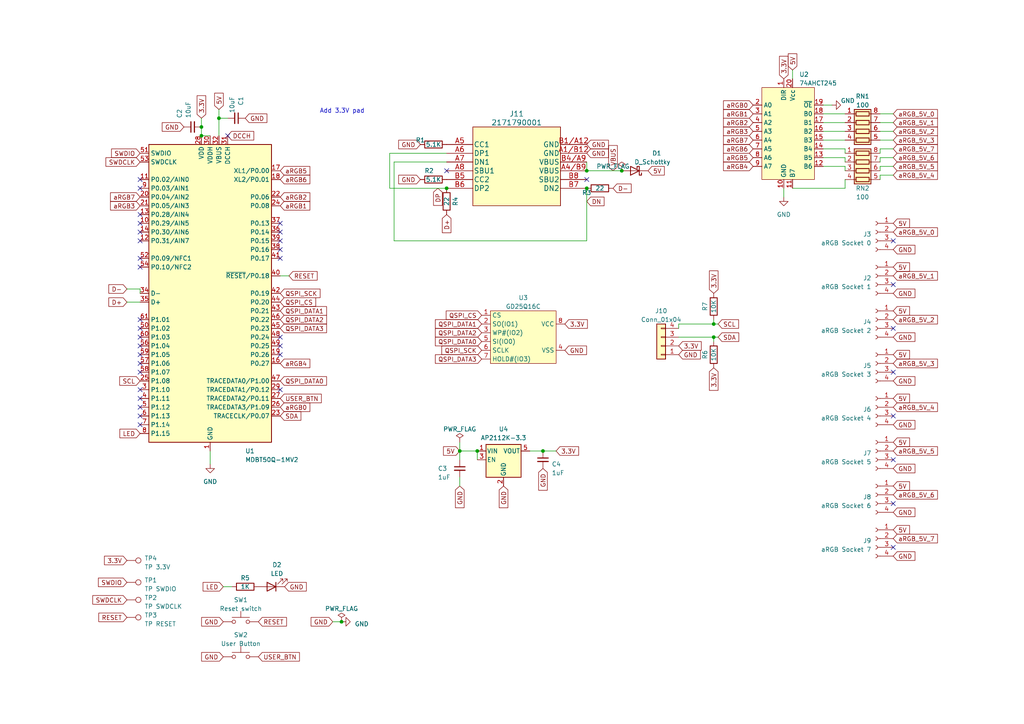
<source format=kicad_sch>
(kicad_sch (version 20230121) (generator eeschema)

  (uuid df6c8268-72f5-4cd8-a1a8-977e8bae892d)

  (paper "A4")

  (lib_symbols
    (symbol "21717900001 usb c:2171790001" (pin_names (offset 0.254)) (in_bom yes) (on_board yes)
      (property "Reference" "J11" (at 20.32 8.89 0)
        (effects (font (size 1.524 1.524)))
      )
      (property "Value" "2171790001" (at 20.32 6.35 0)
        (effects (font (size 1.524 1.524)))
      )
      (property "Footprint" "21717900001 USB C:2171790001" (at 20.32 6.096 0)
        (effects (font (size 1.524 1.524)) hide)
      )
      (property "Datasheet" "" (at 0 0 0)
        (effects (font (size 1.524 1.524)))
      )
      (property "ki_locked" "" (at 0 0 0)
        (effects (font (size 1.27 1.27)))
      )
      (property "ki_fp_filters" "2171790001_MOL" (at 0 0 0)
        (effects (font (size 1.27 1.27)) hide)
      )
      (symbol "2171790001_1_1"
        (polyline
          (pts
            (xy 7.62 -17.78)
            (xy 33.02 -17.78)
          )
          (stroke (width 0.127) (type solid))
          (fill (type none))
        )
        (polyline
          (pts
            (xy 7.62 5.08)
            (xy 7.62 -17.78)
          )
          (stroke (width 0.127) (type solid))
          (fill (type none))
        )
        (polyline
          (pts
            (xy 33.02 -17.78)
            (xy 33.02 5.08)
          )
          (stroke (width 0.127) (type solid))
          (fill (type none))
        )
        (polyline
          (pts
            (xy 33.02 5.08)
            (xy 7.62 5.08)
          )
          (stroke (width 0.127) (type solid))
          (fill (type none))
        )
        (rectangle (start 7.62 5.08) (end 33.02 -17.78)
          (stroke (width 0) (type default))
          (fill (type background))
        )
        (pin power_in line (at 40.64 -2.54 180) (length 7.62)
          (name "GND" (effects (font (size 1.4986 1.4986))))
          (number "A1/B12" (effects (font (size 1.4986 1.4986))))
        )
        (pin power_in line (at 40.64 -7.62 180) (length 7.62)
          (name "VBUS" (effects (font (size 1.4986 1.4986))))
          (number "A4/B9" (effects (font (size 1.4986 1.4986))))
        )
        (pin bidirectional line (at 0 0 0) (length 7.62)
          (name "CC1" (effects (font (size 1.4986 1.4986))))
          (number "A5" (effects (font (size 1.4986 1.4986))))
        )
        (pin bidirectional line (at 0 -2.54 0) (length 7.62)
          (name "DP1" (effects (font (size 1.4986 1.4986))))
          (number "A6" (effects (font (size 1.4986 1.4986))))
        )
        (pin bidirectional line (at 0 -5.08 0) (length 7.62)
          (name "DN1" (effects (font (size 1.4986 1.4986))))
          (number "A7" (effects (font (size 1.4986 1.4986))))
        )
        (pin bidirectional line (at 0 -7.62 0) (length 7.62)
          (name "SBU1" (effects (font (size 1.4986 1.4986))))
          (number "A8" (effects (font (size 1.4986 1.4986))))
        )
        (pin power_in line (at 40.64 0 180) (length 7.62)
          (name "GND" (effects (font (size 1.4986 1.4986))))
          (number "B1/A12" (effects (font (size 1.4986 1.4986))))
        )
        (pin power_in line (at 40.64 -5.08 180) (length 7.62)
          (name "VBUS" (effects (font (size 1.4986 1.4986))))
          (number "B4/A9" (effects (font (size 1.4986 1.4986))))
        )
        (pin bidirectional line (at 0 -10.16 0) (length 7.62)
          (name "CC2" (effects (font (size 1.4986 1.4986))))
          (number "B5" (effects (font (size 1.4986 1.4986))))
        )
        (pin bidirectional line (at 0 -12.7 0) (length 7.62)
          (name "DP2" (effects (font (size 1.4986 1.4986))))
          (number "B6" (effects (font (size 1.4986 1.4986))))
        )
        (pin bidirectional line (at 40.64 -12.7 180) (length 7.62)
          (name "DN2" (effects (font (size 1.4986 1.4986))))
          (number "B7" (effects (font (size 1.4986 1.4986))))
        )
        (pin bidirectional line (at 40.64 -10.16 180) (length 7.62)
          (name "SBU2" (effects (font (size 1.4986 1.4986))))
          (number "B8" (effects (font (size 1.4986 1.4986))))
        )
      )
    )
    (symbol "74xx:74AHCT245PW" (in_bom yes) (on_board yes)
      (property "Reference" "U" (at 3.81 1.27 0)
        (effects (font (size 1.27 1.27)))
      )
      (property "Value" "74AHCT245" (at 8.255 -0.635 0)
        (effects (font (size 1.27 1.27)))
      )
      (property "Footprint" "Package_SO:TSSOP-20_4.4x6.5mm_P0.65mm" (at 0 0 0)
        (effects (font (size 1.27 1.27)) hide)
      )
      (property "Datasheet" "https://assets.nexperia.com/documents/data-sheet/74AHC_AHCT245.pdf" (at 3.81 -10.795 0)
        (effects (font (size 1.27 1.27)) hide)
      )
      (property "ki_keywords" "level shifter" (at 0 0 0)
        (effects (font (size 1.27 1.27)) hide)
      )
      (property "ki_description" "Digikey 1727-4003-1-ND" (at 0 0 0)
        (effects (font (size 1.27 1.27)) hide)
      )
      (symbol "74AHCT245PW_1_1"
        (rectangle (start -7.62 29.21) (end 7.62 2.54)
          (stroke (width 0) (type default))
          (fill (type background))
        )
        (pin input line (at -1.27 31.75 270) (length 2.54)
          (name "DIR" (effects (font (size 1.27 1.27))))
          (number "1" (effects (font (size 1.27 1.27))))
        )
        (pin power_in line (at -1.27 0 90) (length 2.54)
          (name "GND" (effects (font (size 1.27 1.27))))
          (number "10" (effects (font (size 1.27 1.27))))
        )
        (pin bidirectional line (at 1.27 0 90) (length 2.54)
          (name "B7" (effects (font (size 1.27 1.27))))
          (number "11" (effects (font (size 1.27 1.27))))
        )
        (pin bidirectional line (at 10.16 6.35 180) (length 2.54)
          (name "B6" (effects (font (size 1.27 1.27))))
          (number "12" (effects (font (size 1.27 1.27))))
        )
        (pin bidirectional line (at 10.16 8.89 180) (length 2.54)
          (name "B5" (effects (font (size 1.27 1.27))))
          (number "13" (effects (font (size 1.27 1.27))))
        )
        (pin bidirectional line (at 10.16 11.43 180) (length 2.54)
          (name "B4" (effects (font (size 1.27 1.27))))
          (number "14" (effects (font (size 1.27 1.27))))
        )
        (pin bidirectional line (at 10.16 13.97 180) (length 2.54)
          (name "B3" (effects (font (size 1.27 1.27))))
          (number "15" (effects (font (size 1.27 1.27))))
        )
        (pin bidirectional line (at 10.16 16.51 180) (length 2.54)
          (name "B2" (effects (font (size 1.27 1.27))))
          (number "16" (effects (font (size 1.27 1.27))))
        )
        (pin bidirectional line (at 10.16 19.05 180) (length 2.54)
          (name "B1" (effects (font (size 1.27 1.27))))
          (number "17" (effects (font (size 1.27 1.27))))
        )
        (pin bidirectional line (at 10.16 21.59 180) (length 2.54)
          (name "B0" (effects (font (size 1.27 1.27))))
          (number "18" (effects (font (size 1.27 1.27))))
        )
        (pin input line (at 10.16 24.13 180) (length 2.54)
          (name "~{OE}" (effects (font (size 1.27 1.27))))
          (number "19" (effects (font (size 1.27 1.27))))
        )
        (pin bidirectional line (at -10.16 24.13 0) (length 2.54)
          (name "A0" (effects (font (size 1.27 1.27))))
          (number "2" (effects (font (size 1.27 1.27))))
        )
        (pin power_in line (at 1.27 31.75 270) (length 2.54)
          (name "Vcc" (effects (font (size 1.27 1.27))))
          (number "20" (effects (font (size 1.27 1.27))))
        )
        (pin bidirectional line (at -10.16 21.59 0) (length 2.54)
          (name "A1" (effects (font (size 1.27 1.27))))
          (number "3" (effects (font (size 1.27 1.27))))
        )
        (pin bidirectional line (at -10.16 19.05 0) (length 2.54)
          (name "A2" (effects (font (size 1.27 1.27))))
          (number "4" (effects (font (size 1.27 1.27))))
        )
        (pin bidirectional line (at -10.16 16.51 0) (length 2.54)
          (name "A3" (effects (font (size 1.27 1.27))))
          (number "5" (effects (font (size 1.27 1.27))))
        )
        (pin bidirectional line (at -10.16 13.97 0) (length 2.54)
          (name "A4" (effects (font (size 1.27 1.27))))
          (number "6" (effects (font (size 1.27 1.27))))
        )
        (pin bidirectional line (at -10.16 11.43 0) (length 2.54)
          (name "A5" (effects (font (size 1.27 1.27))))
          (number "7" (effects (font (size 1.27 1.27))))
        )
        (pin bidirectional line (at -10.16 8.89 0) (length 2.54)
          (name "A6" (effects (font (size 1.27 1.27))))
          (number "8" (effects (font (size 1.27 1.27))))
        )
        (pin bidirectional line (at -10.16 6.35 0) (length 2.54)
          (name "A7" (effects (font (size 1.27 1.27))))
          (number "9" (effects (font (size 1.27 1.27))))
        )
      )
    )
    (symbol "Connector:Conn_01x04_Socket" (pin_names (offset 1.016) hide) (in_bom yes) (on_board yes)
      (property "Reference" "J" (at 0 5.08 0)
        (effects (font (size 1.27 1.27)))
      )
      (property "Value" "Conn_01x04_Socket" (at 0 -7.62 0)
        (effects (font (size 1.27 1.27)))
      )
      (property "Footprint" "" (at 0 0 0)
        (effects (font (size 1.27 1.27)) hide)
      )
      (property "Datasheet" "~" (at 0 0 0)
        (effects (font (size 1.27 1.27)) hide)
      )
      (property "ki_locked" "" (at 0 0 0)
        (effects (font (size 1.27 1.27)))
      )
      (property "ki_keywords" "connector" (at 0 0 0)
        (effects (font (size 1.27 1.27)) hide)
      )
      (property "ki_description" "Generic connector, single row, 01x04, script generated" (at 0 0 0)
        (effects (font (size 1.27 1.27)) hide)
      )
      (property "ki_fp_filters" "Connector*:*_1x??_*" (at 0 0 0)
        (effects (font (size 1.27 1.27)) hide)
      )
      (symbol "Conn_01x04_Socket_1_1"
        (arc (start 0 -4.572) (mid -0.5058 -5.08) (end 0 -5.588)
          (stroke (width 0.1524) (type default))
          (fill (type none))
        )
        (arc (start 0 -2.032) (mid -0.5058 -2.54) (end 0 -3.048)
          (stroke (width 0.1524) (type default))
          (fill (type none))
        )
        (polyline
          (pts
            (xy -1.27 -5.08)
            (xy -0.508 -5.08)
          )
          (stroke (width 0.1524) (type default))
          (fill (type none))
        )
        (polyline
          (pts
            (xy -1.27 -2.54)
            (xy -0.508 -2.54)
          )
          (stroke (width 0.1524) (type default))
          (fill (type none))
        )
        (polyline
          (pts
            (xy -1.27 0)
            (xy -0.508 0)
          )
          (stroke (width 0.1524) (type default))
          (fill (type none))
        )
        (polyline
          (pts
            (xy -1.27 2.54)
            (xy -0.508 2.54)
          )
          (stroke (width 0.1524) (type default))
          (fill (type none))
        )
        (arc (start 0 0.508) (mid -0.5058 0) (end 0 -0.508)
          (stroke (width 0.1524) (type default))
          (fill (type none))
        )
        (arc (start 0 3.048) (mid -0.5058 2.54) (end 0 2.032)
          (stroke (width 0.1524) (type default))
          (fill (type none))
        )
        (pin passive line (at -5.08 2.54 0) (length 3.81)
          (name "Pin_1" (effects (font (size 1.27 1.27))))
          (number "1" (effects (font (size 1.27 1.27))))
        )
        (pin passive line (at -5.08 0 0) (length 3.81)
          (name "Pin_2" (effects (font (size 1.27 1.27))))
          (number "2" (effects (font (size 1.27 1.27))))
        )
        (pin passive line (at -5.08 -2.54 0) (length 3.81)
          (name "Pin_3" (effects (font (size 1.27 1.27))))
          (number "3" (effects (font (size 1.27 1.27))))
        )
        (pin passive line (at -5.08 -5.08 0) (length 3.81)
          (name "Pin_4" (effects (font (size 1.27 1.27))))
          (number "4" (effects (font (size 1.27 1.27))))
        )
      )
    )
    (symbol "Connector:TestPoint" (pin_numbers hide) (pin_names (offset 0.762) hide) (in_bom yes) (on_board yes)
      (property "Reference" "TP" (at 0 6.858 0)
        (effects (font (size 1.27 1.27)))
      )
      (property "Value" "TestPoint" (at 0 5.08 0)
        (effects (font (size 1.27 1.27)))
      )
      (property "Footprint" "" (at 5.08 0 0)
        (effects (font (size 1.27 1.27)) hide)
      )
      (property "Datasheet" "~" (at 5.08 0 0)
        (effects (font (size 1.27 1.27)) hide)
      )
      (property "ki_keywords" "test point tp" (at 0 0 0)
        (effects (font (size 1.27 1.27)) hide)
      )
      (property "ki_description" "test point" (at 0 0 0)
        (effects (font (size 1.27 1.27)) hide)
      )
      (property "ki_fp_filters" "Pin* Test*" (at 0 0 0)
        (effects (font (size 1.27 1.27)) hide)
      )
      (symbol "TestPoint_0_1"
        (circle (center 0 3.302) (radius 0.762)
          (stroke (width 0) (type default))
          (fill (type none))
        )
      )
      (symbol "TestPoint_1_1"
        (pin passive line (at 0 0 90) (length 2.54)
          (name "1" (effects (font (size 1.27 1.27))))
          (number "1" (effects (font (size 1.27 1.27))))
        )
      )
    )
    (symbol "Connector_Generic:Conn_01x04" (pin_names (offset 1.016) hide) (in_bom yes) (on_board yes)
      (property "Reference" "J" (at 0 5.08 0)
        (effects (font (size 1.27 1.27)))
      )
      (property "Value" "Conn_01x04" (at 0 -7.62 0)
        (effects (font (size 1.27 1.27)))
      )
      (property "Footprint" "" (at 0 0 0)
        (effects (font (size 1.27 1.27)) hide)
      )
      (property "Datasheet" "~" (at 0 0 0)
        (effects (font (size 1.27 1.27)) hide)
      )
      (property "ki_keywords" "connector" (at 0 0 0)
        (effects (font (size 1.27 1.27)) hide)
      )
      (property "ki_description" "Generic connector, single row, 01x04, script generated (kicad-library-utils/schlib/autogen/connector/)" (at 0 0 0)
        (effects (font (size 1.27 1.27)) hide)
      )
      (property "ki_fp_filters" "Connector*:*_1x??_*" (at 0 0 0)
        (effects (font (size 1.27 1.27)) hide)
      )
      (symbol "Conn_01x04_1_1"
        (rectangle (start -1.27 -4.953) (end 0 -5.207)
          (stroke (width 0.1524) (type default))
          (fill (type none))
        )
        (rectangle (start -1.27 -2.413) (end 0 -2.667)
          (stroke (width 0.1524) (type default))
          (fill (type none))
        )
        (rectangle (start -1.27 0.127) (end 0 -0.127)
          (stroke (width 0.1524) (type default))
          (fill (type none))
        )
        (rectangle (start -1.27 2.667) (end 0 2.413)
          (stroke (width 0.1524) (type default))
          (fill (type none))
        )
        (rectangle (start -1.27 3.81) (end 1.27 -6.35)
          (stroke (width 0.254) (type default))
          (fill (type background))
        )
        (pin passive line (at -5.08 2.54 0) (length 3.81)
          (name "Pin_1" (effects (font (size 1.27 1.27))))
          (number "1" (effects (font (size 1.27 1.27))))
        )
        (pin passive line (at -5.08 0 0) (length 3.81)
          (name "Pin_2" (effects (font (size 1.27 1.27))))
          (number "2" (effects (font (size 1.27 1.27))))
        )
        (pin passive line (at -5.08 -2.54 0) (length 3.81)
          (name "Pin_3" (effects (font (size 1.27 1.27))))
          (number "3" (effects (font (size 1.27 1.27))))
        )
        (pin passive line (at -5.08 -5.08 0) (length 3.81)
          (name "Pin_4" (effects (font (size 1.27 1.27))))
          (number "4" (effects (font (size 1.27 1.27))))
        )
      )
    )
    (symbol "Device:C_Small" (pin_numbers hide) (pin_names (offset 0.254) hide) (in_bom yes) (on_board yes)
      (property "Reference" "C" (at 0.254 1.778 0)
        (effects (font (size 1.27 1.27)) (justify left))
      )
      (property "Value" "C_Small" (at 0.254 -2.032 0)
        (effects (font (size 1.27 1.27)) (justify left))
      )
      (property "Footprint" "" (at 0 0 0)
        (effects (font (size 1.27 1.27)) hide)
      )
      (property "Datasheet" "~" (at 0 0 0)
        (effects (font (size 1.27 1.27)) hide)
      )
      (property "ki_keywords" "capacitor cap" (at 0 0 0)
        (effects (font (size 1.27 1.27)) hide)
      )
      (property "ki_description" "Unpolarized capacitor, small symbol" (at 0 0 0)
        (effects (font (size 1.27 1.27)) hide)
      )
      (property "ki_fp_filters" "C_*" (at 0 0 0)
        (effects (font (size 1.27 1.27)) hide)
      )
      (symbol "C_Small_0_1"
        (polyline
          (pts
            (xy -1.524 -0.508)
            (xy 1.524 -0.508)
          )
          (stroke (width 0.3302) (type default))
          (fill (type none))
        )
        (polyline
          (pts
            (xy -1.524 0.508)
            (xy 1.524 0.508)
          )
          (stroke (width 0.3048) (type default))
          (fill (type none))
        )
      )
      (symbol "C_Small_1_1"
        (pin passive line (at 0 2.54 270) (length 2.032)
          (name "~" (effects (font (size 1.27 1.27))))
          (number "1" (effects (font (size 1.27 1.27))))
        )
        (pin passive line (at 0 -2.54 90) (length 2.032)
          (name "~" (effects (font (size 1.27 1.27))))
          (number "2" (effects (font (size 1.27 1.27))))
        )
      )
    )
    (symbol "Device:D_Schottky" (pin_numbers hide) (pin_names (offset 1.016) hide) (in_bom yes) (on_board yes)
      (property "Reference" "D" (at 0 2.54 0)
        (effects (font (size 1.27 1.27)))
      )
      (property "Value" "D_Schottky" (at 0 -2.54 0)
        (effects (font (size 1.27 1.27)))
      )
      (property "Footprint" "" (at 0 0 0)
        (effects (font (size 1.27 1.27)) hide)
      )
      (property "Datasheet" "~" (at 0 0 0)
        (effects (font (size 1.27 1.27)) hide)
      )
      (property "ki_keywords" "diode Schottky" (at 0 0 0)
        (effects (font (size 1.27 1.27)) hide)
      )
      (property "ki_description" "Schottky diode" (at 0 0 0)
        (effects (font (size 1.27 1.27)) hide)
      )
      (property "ki_fp_filters" "TO-???* *_Diode_* *SingleDiode* D_*" (at 0 0 0)
        (effects (font (size 1.27 1.27)) hide)
      )
      (symbol "D_Schottky_0_1"
        (polyline
          (pts
            (xy 1.27 0)
            (xy -1.27 0)
          )
          (stroke (width 0) (type default))
          (fill (type none))
        )
        (polyline
          (pts
            (xy 1.27 1.27)
            (xy 1.27 -1.27)
            (xy -1.27 0)
            (xy 1.27 1.27)
          )
          (stroke (width 0.254) (type default))
          (fill (type none))
        )
        (polyline
          (pts
            (xy -1.905 0.635)
            (xy -1.905 1.27)
            (xy -1.27 1.27)
            (xy -1.27 -1.27)
            (xy -0.635 -1.27)
            (xy -0.635 -0.635)
          )
          (stroke (width 0.254) (type default))
          (fill (type none))
        )
      )
      (symbol "D_Schottky_1_1"
        (pin passive line (at -3.81 0 0) (length 2.54)
          (name "K" (effects (font (size 1.27 1.27))))
          (number "1" (effects (font (size 1.27 1.27))))
        )
        (pin passive line (at 3.81 0 180) (length 2.54)
          (name "A" (effects (font (size 1.27 1.27))))
          (number "2" (effects (font (size 1.27 1.27))))
        )
      )
    )
    (symbol "Device:LED" (pin_numbers hide) (pin_names (offset 1.016) hide) (in_bom yes) (on_board yes)
      (property "Reference" "D" (at 0 2.54 0)
        (effects (font (size 1.27 1.27)))
      )
      (property "Value" "LED" (at 0 -2.54 0)
        (effects (font (size 1.27 1.27)))
      )
      (property "Footprint" "" (at 0 0 0)
        (effects (font (size 1.27 1.27)) hide)
      )
      (property "Datasheet" "~" (at 0 0 0)
        (effects (font (size 1.27 1.27)) hide)
      )
      (property "ki_keywords" "LED diode" (at 0 0 0)
        (effects (font (size 1.27 1.27)) hide)
      )
      (property "ki_description" "Light emitting diode" (at 0 0 0)
        (effects (font (size 1.27 1.27)) hide)
      )
      (property "ki_fp_filters" "LED* LED_SMD:* LED_THT:*" (at 0 0 0)
        (effects (font (size 1.27 1.27)) hide)
      )
      (symbol "LED_0_1"
        (polyline
          (pts
            (xy -1.27 -1.27)
            (xy -1.27 1.27)
          )
          (stroke (width 0.254) (type default))
          (fill (type none))
        )
        (polyline
          (pts
            (xy -1.27 0)
            (xy 1.27 0)
          )
          (stroke (width 0) (type default))
          (fill (type none))
        )
        (polyline
          (pts
            (xy 1.27 -1.27)
            (xy 1.27 1.27)
            (xy -1.27 0)
            (xy 1.27 -1.27)
          )
          (stroke (width 0.254) (type default))
          (fill (type none))
        )
        (polyline
          (pts
            (xy -3.048 -0.762)
            (xy -4.572 -2.286)
            (xy -3.81 -2.286)
            (xy -4.572 -2.286)
            (xy -4.572 -1.524)
          )
          (stroke (width 0) (type default))
          (fill (type none))
        )
        (polyline
          (pts
            (xy -1.778 -0.762)
            (xy -3.302 -2.286)
            (xy -2.54 -2.286)
            (xy -3.302 -2.286)
            (xy -3.302 -1.524)
          )
          (stroke (width 0) (type default))
          (fill (type none))
        )
      )
      (symbol "LED_1_1"
        (pin passive line (at -3.81 0 0) (length 2.54)
          (name "K" (effects (font (size 1.27 1.27))))
          (number "1" (effects (font (size 1.27 1.27))))
        )
        (pin passive line (at 3.81 0 180) (length 2.54)
          (name "A" (effects (font (size 1.27 1.27))))
          (number "2" (effects (font (size 1.27 1.27))))
        )
      )
    )
    (symbol "Device:R" (pin_numbers hide) (pin_names (offset 0)) (in_bom yes) (on_board yes)
      (property "Reference" "R" (at 2.032 0 90)
        (effects (font (size 1.27 1.27)))
      )
      (property "Value" "R" (at 0 0 90)
        (effects (font (size 1.27 1.27)))
      )
      (property "Footprint" "" (at -1.778 0 90)
        (effects (font (size 1.27 1.27)) hide)
      )
      (property "Datasheet" "~" (at 0 0 0)
        (effects (font (size 1.27 1.27)) hide)
      )
      (property "ki_keywords" "R res resistor" (at 0 0 0)
        (effects (font (size 1.27 1.27)) hide)
      )
      (property "ki_description" "Resistor" (at 0 0 0)
        (effects (font (size 1.27 1.27)) hide)
      )
      (property "ki_fp_filters" "R_*" (at 0 0 0)
        (effects (font (size 1.27 1.27)) hide)
      )
      (symbol "R_0_1"
        (rectangle (start -1.016 -2.54) (end 1.016 2.54)
          (stroke (width 0.254) (type default))
          (fill (type none))
        )
      )
      (symbol "R_1_1"
        (pin passive line (at 0 3.81 270) (length 1.27)
          (name "~" (effects (font (size 1.27 1.27))))
          (number "1" (effects (font (size 1.27 1.27))))
        )
        (pin passive line (at 0 -3.81 90) (length 1.27)
          (name "~" (effects (font (size 1.27 1.27))))
          (number "2" (effects (font (size 1.27 1.27))))
        )
      )
    )
    (symbol "Device:R_Pack04" (pin_names (offset 0) hide) (in_bom yes) (on_board yes)
      (property "Reference" "RN" (at -7.62 0 90)
        (effects (font (size 1.27 1.27)))
      )
      (property "Value" "R_Pack04" (at 5.08 0 90)
        (effects (font (size 1.27 1.27)))
      )
      (property "Footprint" "" (at 6.985 0 90)
        (effects (font (size 1.27 1.27)) hide)
      )
      (property "Datasheet" "~" (at 0 0 0)
        (effects (font (size 1.27 1.27)) hide)
      )
      (property "ki_keywords" "R network parallel topology isolated" (at 0 0 0)
        (effects (font (size 1.27 1.27)) hide)
      )
      (property "ki_description" "4 resistor network, parallel topology" (at 0 0 0)
        (effects (font (size 1.27 1.27)) hide)
      )
      (property "ki_fp_filters" "DIP* SOIC* R*Array*Concave* R*Array*Convex*" (at 0 0 0)
        (effects (font (size 1.27 1.27)) hide)
      )
      (symbol "R_Pack04_0_1"
        (rectangle (start -6.35 -2.413) (end 3.81 2.413)
          (stroke (width 0.254) (type default))
          (fill (type background))
        )
        (rectangle (start -5.715 1.905) (end -4.445 -1.905)
          (stroke (width 0.254) (type default))
          (fill (type none))
        )
        (rectangle (start -3.175 1.905) (end -1.905 -1.905)
          (stroke (width 0.254) (type default))
          (fill (type none))
        )
        (rectangle (start -0.635 1.905) (end 0.635 -1.905)
          (stroke (width 0.254) (type default))
          (fill (type none))
        )
        (polyline
          (pts
            (xy -5.08 -2.54)
            (xy -5.08 -1.905)
          )
          (stroke (width 0) (type default))
          (fill (type none))
        )
        (polyline
          (pts
            (xy -5.08 1.905)
            (xy -5.08 2.54)
          )
          (stroke (width 0) (type default))
          (fill (type none))
        )
        (polyline
          (pts
            (xy -2.54 -2.54)
            (xy -2.54 -1.905)
          )
          (stroke (width 0) (type default))
          (fill (type none))
        )
        (polyline
          (pts
            (xy -2.54 1.905)
            (xy -2.54 2.54)
          )
          (stroke (width 0) (type default))
          (fill (type none))
        )
        (polyline
          (pts
            (xy 0 -2.54)
            (xy 0 -1.905)
          )
          (stroke (width 0) (type default))
          (fill (type none))
        )
        (polyline
          (pts
            (xy 0 1.905)
            (xy 0 2.54)
          )
          (stroke (width 0) (type default))
          (fill (type none))
        )
        (polyline
          (pts
            (xy 2.54 -2.54)
            (xy 2.54 -1.905)
          )
          (stroke (width 0) (type default))
          (fill (type none))
        )
        (polyline
          (pts
            (xy 2.54 1.905)
            (xy 2.54 2.54)
          )
          (stroke (width 0) (type default))
          (fill (type none))
        )
        (rectangle (start 1.905 1.905) (end 3.175 -1.905)
          (stroke (width 0.254) (type default))
          (fill (type none))
        )
      )
      (symbol "R_Pack04_1_1"
        (pin passive line (at -5.08 -5.08 90) (length 2.54)
          (name "R1.1" (effects (font (size 1.27 1.27))))
          (number "1" (effects (font (size 1.27 1.27))))
        )
        (pin passive line (at -2.54 -5.08 90) (length 2.54)
          (name "R2.1" (effects (font (size 1.27 1.27))))
          (number "2" (effects (font (size 1.27 1.27))))
        )
        (pin passive line (at 0 -5.08 90) (length 2.54)
          (name "R3.1" (effects (font (size 1.27 1.27))))
          (number "3" (effects (font (size 1.27 1.27))))
        )
        (pin passive line (at 2.54 -5.08 90) (length 2.54)
          (name "R4.1" (effects (font (size 1.27 1.27))))
          (number "4" (effects (font (size 1.27 1.27))))
        )
        (pin passive line (at 2.54 5.08 270) (length 2.54)
          (name "R4.2" (effects (font (size 1.27 1.27))))
          (number "5" (effects (font (size 1.27 1.27))))
        )
        (pin passive line (at 0 5.08 270) (length 2.54)
          (name "R3.2" (effects (font (size 1.27 1.27))))
          (number "6" (effects (font (size 1.27 1.27))))
        )
        (pin passive line (at -2.54 5.08 270) (length 2.54)
          (name "R2.2" (effects (font (size 1.27 1.27))))
          (number "7" (effects (font (size 1.27 1.27))))
        )
        (pin passive line (at -5.08 5.08 270) (length 2.54)
          (name "R1.2" (effects (font (size 1.27 1.27))))
          (number "8" (effects (font (size 1.27 1.27))))
        )
      )
    )
    (symbol "Memory_Flash:GD25Q16C" (in_bom yes) (on_board yes)
      (property "Reference" "U" (at -0.635 -1.905 0)
        (effects (font (size 1.27 1.27)))
      )
      (property "Value" "GD25Q16C" (at 6.985 -1.905 0)
        (effects (font (size 1.27 1.27)))
      )
      (property "Footprint" "Package_SO:SOIC-8_5.23x5.23mm_P1.27mm" (at -3.175 -1.905 0)
        (effects (font (size 1.27 1.27)) hide)
      )
      (property "Datasheet" "https://www.mouser.ca/datasheet/2/870/gd25q16c_v3_2_20210513-1668164.pdf" (at -1.905 -9.525 0)
        (effects (font (size 1.27 1.27)) hide)
      )
      (symbol "GD25Q16C_1_1"
        (rectangle (start -10.16 15.24) (end 8.89 0)
          (stroke (width 0) (type default))
          (fill (type background))
        )
        (pin input line (at -12.7 13.97 0) (length 2.54)
          (name "CS" (effects (font (size 1.27 1.27))))
          (number "1" (effects (font (size 1.27 1.27))))
        )
        (pin bidirectional line (at -12.7 11.43 0) (length 2.54)
          (name "SO(IO1)" (effects (font (size 1.27 1.27))))
          (number "2" (effects (font (size 1.27 1.27))))
        )
        (pin bidirectional line (at -12.7 8.89 0) (length 2.54)
          (name "WP#(IO2)" (effects (font (size 1.27 1.27))))
          (number "3" (effects (font (size 1.27 1.27))))
        )
        (pin power_in line (at 11.43 3.81 180) (length 2.54)
          (name "VSS" (effects (font (size 1.27 1.27))))
          (number "4" (effects (font (size 1.27 1.27))))
        )
        (pin bidirectional line (at -12.7 6.35 0) (length 2.54)
          (name "SI(IO0)" (effects (font (size 1.27 1.27))))
          (number "5" (effects (font (size 1.27 1.27))))
        )
        (pin input line (at -12.7 3.81 0) (length 2.54)
          (name "SCLK" (effects (font (size 1.27 1.27))))
          (number "6" (effects (font (size 1.27 1.27))))
        )
        (pin bidirectional line (at -12.7 1.27 0) (length 2.54)
          (name "HOLD#(IO3)" (effects (font (size 1.27 1.27))))
          (number "7" (effects (font (size 1.27 1.27))))
        )
        (pin power_in line (at 11.43 11.43 180) (length 2.54)
          (name "VCC" (effects (font (size 1.27 1.27))))
          (number "8" (effects (font (size 1.27 1.27))))
        )
      )
    )
    (symbol "RF_Module:MDBT50Q-1MV2" (in_bom yes) (on_board yes)
      (property "Reference" "U" (at 0 0 0)
        (effects (font (size 1.27 1.27)))
      )
      (property "Value" "MDBT50Q-1MV2" (at 0 -2.54 0)
        (effects (font (size 1.27 1.27)))
      )
      (property "Footprint" "RF_Module:Raytac_MDBT50Q" (at 0 -5.08 0)
        (effects (font (size 1.27 1.27)) hide)
      )
      (property "Datasheet" "https://www.raytac.com/download/index.php?index_id=43" (at 0 -5.08 0)
        (effects (font (size 1.27 1.27)) hide)
      )
      (property "ki_keywords" "BLE ANT ZigBee Thread 802.15.4 nRF52840 nordic MDBT50Q" (at 0 0 0)
        (effects (font (size 1.27 1.27)) hide)
      )
      (property "ki_description" "Multiprotocol BLE/ANT/2.4 GHz/802.15.4 Cortex-M4F SoC, nRF52840 module" (at 0 0 0)
        (effects (font (size 1.27 1.27)) hide)
      )
      (property "ki_fp_filters" "Raytac?MDBT50Q*" (at 0 0 0)
        (effects (font (size 1.27 1.27)) hide)
      )
      (symbol "MDBT50Q-1MV2_0_1"
        (rectangle (start -17.78 43.18) (end 17.78 -43.18)
          (stroke (width 0.254) (type default))
          (fill (type background))
        )
      )
      (symbol "MDBT50Q-1MV2_1_1"
        (pin power_in line (at 0 -45.72 90) (length 2.54)
          (name "GND" (effects (font (size 1.27 1.27))))
          (number "1" (effects (font (size 1.27 1.27))))
        )
        (pin bidirectional line (at -20.32 20.32 0) (length 2.54)
          (name "P0.29/AIN5" (effects (font (size 1.27 1.27))))
          (number "10" (effects (font (size 1.27 1.27))))
        )
        (pin bidirectional line (at -20.32 33.02 0) (length 2.54)
          (name "P0.02/AIN0" (effects (font (size 1.27 1.27))))
          (number "11" (effects (font (size 1.27 1.27))))
        )
        (pin bidirectional line (at -20.32 15.24 0) (length 2.54)
          (name "P0.31/AIN7" (effects (font (size 1.27 1.27))))
          (number "12" (effects (font (size 1.27 1.27))))
        )
        (pin bidirectional line (at -20.32 22.86 0) (length 2.54)
          (name "P0.28/AIN4" (effects (font (size 1.27 1.27))))
          (number "13" (effects (font (size 1.27 1.27))))
        )
        (pin bidirectional line (at -20.32 17.78 0) (length 2.54)
          (name "P0.30/AIN6" (effects (font (size 1.27 1.27))))
          (number "14" (effects (font (size 1.27 1.27))))
        )
        (pin passive line (at 0 -45.72 90) (length 2.54) hide
          (name "GND" (effects (font (size 1.27 1.27))))
          (number "15" (effects (font (size 1.27 1.27))))
        )
        (pin bidirectional line (at 20.32 -20.32 180) (length 2.54)
          (name "P0.27" (effects (font (size 1.27 1.27))))
          (number "16" (effects (font (size 1.27 1.27))))
        )
        (pin bidirectional line (at 20.32 35.56 180) (length 2.54)
          (name "XL1/P0.00" (effects (font (size 1.27 1.27))))
          (number "17" (effects (font (size 1.27 1.27))))
        )
        (pin bidirectional line (at 20.32 33.02 180) (length 2.54)
          (name "XL2/P0.01" (effects (font (size 1.27 1.27))))
          (number "18" (effects (font (size 1.27 1.27))))
        )
        (pin bidirectional line (at 20.32 -17.78 180) (length 2.54)
          (name "P0.26" (effects (font (size 1.27 1.27))))
          (number "19" (effects (font (size 1.27 1.27))))
        )
        (pin passive line (at 0 -45.72 90) (length 2.54) hide
          (name "GND" (effects (font (size 1.27 1.27))))
          (number "2" (effects (font (size 1.27 1.27))))
        )
        (pin bidirectional line (at -20.32 27.94 0) (length 2.54)
          (name "P0.04/AIN2" (effects (font (size 1.27 1.27))))
          (number "20" (effects (font (size 1.27 1.27))))
        )
        (pin bidirectional line (at -20.32 25.4 0) (length 2.54)
          (name "P0.05/AIN3" (effects (font (size 1.27 1.27))))
          (number "21" (effects (font (size 1.27 1.27))))
        )
        (pin bidirectional line (at 20.32 27.94 180) (length 2.54)
          (name "P0.06" (effects (font (size 1.27 1.27))))
          (number "22" (effects (font (size 1.27 1.27))))
        )
        (pin bidirectional line (at 20.32 -35.56 180) (length 2.54)
          (name "TRACECLK/P0.07" (effects (font (size 1.27 1.27))))
          (number "23" (effects (font (size 1.27 1.27))))
        )
        (pin bidirectional line (at 20.32 25.4 180) (length 2.54)
          (name "P0.08" (effects (font (size 1.27 1.27))))
          (number "24" (effects (font (size 1.27 1.27))))
        )
        (pin bidirectional line (at -20.32 -25.4 0) (length 2.54)
          (name "P1.08" (effects (font (size 1.27 1.27))))
          (number "25" (effects (font (size 1.27 1.27))))
        )
        (pin bidirectional line (at 20.32 -33.02 180) (length 2.54)
          (name "TRACEDATA3/P1.09" (effects (font (size 1.27 1.27))))
          (number "26" (effects (font (size 1.27 1.27))))
        )
        (pin bidirectional line (at 20.32 -30.48 180) (length 2.54)
          (name "TRACEDATA2/P0.11" (effects (font (size 1.27 1.27))))
          (number "27" (effects (font (size 1.27 1.27))))
        )
        (pin power_in line (at -2.54 45.72 270) (length 2.54)
          (name "VDD" (effects (font (size 1.27 1.27))))
          (number "28" (effects (font (size 1.27 1.27))))
        )
        (pin bidirectional line (at 20.32 -27.94 180) (length 2.54)
          (name "TRACEDATA1/P0.12" (effects (font (size 1.27 1.27))))
          (number "29" (effects (font (size 1.27 1.27))))
        )
        (pin bidirectional line (at -20.32 -27.94 0) (length 2.54)
          (name "P1.10" (effects (font (size 1.27 1.27))))
          (number "3" (effects (font (size 1.27 1.27))))
        )
        (pin power_in line (at 0 45.72 270) (length 2.54)
          (name "VDDH" (effects (font (size 1.27 1.27))))
          (number "30" (effects (font (size 1.27 1.27))))
        )
        (pin power_out line (at 5.08 45.72 270) (length 2.54)
          (name "DCCH" (effects (font (size 1.27 1.27))))
          (number "31" (effects (font (size 1.27 1.27))))
        )
        (pin power_in line (at 2.54 45.72 270) (length 2.54)
          (name "VBUS" (effects (font (size 1.27 1.27))))
          (number "32" (effects (font (size 1.27 1.27))))
        )
        (pin passive line (at 0 -45.72 90) (length 2.54) hide
          (name "GND" (effects (font (size 1.27 1.27))))
          (number "33" (effects (font (size 1.27 1.27))))
        )
        (pin bidirectional line (at -20.32 0 0) (length 2.54)
          (name "D-" (effects (font (size 1.27 1.27))))
          (number "34" (effects (font (size 1.27 1.27))))
        )
        (pin bidirectional line (at -20.32 -2.54 0) (length 2.54)
          (name "D+" (effects (font (size 1.27 1.27))))
          (number "35" (effects (font (size 1.27 1.27))))
        )
        (pin bidirectional line (at 20.32 17.78 180) (length 2.54)
          (name "P0.14" (effects (font (size 1.27 1.27))))
          (number "36" (effects (font (size 1.27 1.27))))
        )
        (pin bidirectional line (at 20.32 20.32 180) (length 2.54)
          (name "P0.13" (effects (font (size 1.27 1.27))))
          (number "37" (effects (font (size 1.27 1.27))))
        )
        (pin bidirectional line (at 20.32 12.7 180) (length 2.54)
          (name "P0.16" (effects (font (size 1.27 1.27))))
          (number "38" (effects (font (size 1.27 1.27))))
        )
        (pin bidirectional line (at 20.32 15.24 180) (length 2.54)
          (name "P0.15" (effects (font (size 1.27 1.27))))
          (number "39" (effects (font (size 1.27 1.27))))
        )
        (pin bidirectional line (at -20.32 -30.48 0) (length 2.54)
          (name "P1.11" (effects (font (size 1.27 1.27))))
          (number "4" (effects (font (size 1.27 1.27))))
        )
        (pin bidirectional line (at 20.32 5.08 180) (length 2.54)
          (name "~{RESET}/P0.18" (effects (font (size 1.27 1.27))))
          (number "40" (effects (font (size 1.27 1.27))))
        )
        (pin bidirectional line (at 20.32 10.16 180) (length 2.54)
          (name "P0.17" (effects (font (size 1.27 1.27))))
          (number "41" (effects (font (size 1.27 1.27))))
        )
        (pin bidirectional line (at 20.32 0 180) (length 2.54)
          (name "P0.19" (effects (font (size 1.27 1.27))))
          (number "42" (effects (font (size 1.27 1.27))))
        )
        (pin bidirectional line (at 20.32 -5.08 180) (length 2.54)
          (name "P0.21" (effects (font (size 1.27 1.27))))
          (number "43" (effects (font (size 1.27 1.27))))
        )
        (pin bidirectional line (at 20.32 -2.54 180) (length 2.54)
          (name "P0.20" (effects (font (size 1.27 1.27))))
          (number "44" (effects (font (size 1.27 1.27))))
        )
        (pin bidirectional line (at 20.32 -10.16 180) (length 2.54)
          (name "P0.23" (effects (font (size 1.27 1.27))))
          (number "45" (effects (font (size 1.27 1.27))))
        )
        (pin bidirectional line (at 20.32 -7.62 180) (length 2.54)
          (name "P0.22" (effects (font (size 1.27 1.27))))
          (number "46" (effects (font (size 1.27 1.27))))
        )
        (pin bidirectional line (at 20.32 -25.4 180) (length 2.54)
          (name "TRACEDATA0/P1.00" (effects (font (size 1.27 1.27))))
          (number "47" (effects (font (size 1.27 1.27))))
        )
        (pin bidirectional line (at 20.32 -12.7 180) (length 2.54)
          (name "P0.24" (effects (font (size 1.27 1.27))))
          (number "48" (effects (font (size 1.27 1.27))))
        )
        (pin bidirectional line (at 20.32 -15.24 180) (length 2.54)
          (name "P0.25" (effects (font (size 1.27 1.27))))
          (number "49" (effects (font (size 1.27 1.27))))
        )
        (pin bidirectional line (at -20.32 -33.02 0) (length 2.54)
          (name "P1.12" (effects (font (size 1.27 1.27))))
          (number "5" (effects (font (size 1.27 1.27))))
        )
        (pin bidirectional line (at -20.32 -10.16 0) (length 2.54)
          (name "P1.02" (effects (font (size 1.27 1.27))))
          (number "50" (effects (font (size 1.27 1.27))))
        )
        (pin bidirectional line (at -20.32 40.64 0) (length 2.54)
          (name "SWDIO" (effects (font (size 1.27 1.27))))
          (number "51" (effects (font (size 1.27 1.27))))
        )
        (pin bidirectional line (at -20.32 10.16 0) (length 2.54)
          (name "P0.09/NFC1" (effects (font (size 1.27 1.27))))
          (number "52" (effects (font (size 1.27 1.27))))
        )
        (pin input line (at -20.32 38.1 0) (length 2.54)
          (name "SWDCLK" (effects (font (size 1.27 1.27))))
          (number "53" (effects (font (size 1.27 1.27))))
        )
        (pin bidirectional line (at -20.32 7.62 0) (length 2.54)
          (name "P0.10/NFC2" (effects (font (size 1.27 1.27))))
          (number "54" (effects (font (size 1.27 1.27))))
        )
        (pin passive line (at 0 -45.72 90) (length 2.54) hide
          (name "GND" (effects (font (size 1.27 1.27))))
          (number "55" (effects (font (size 1.27 1.27))))
        )
        (pin bidirectional line (at -20.32 -15.24 0) (length 2.54)
          (name "P1.04" (effects (font (size 1.27 1.27))))
          (number "56" (effects (font (size 1.27 1.27))))
        )
        (pin bidirectional line (at -20.32 -20.32 0) (length 2.54)
          (name "P1.06" (effects (font (size 1.27 1.27))))
          (number "57" (effects (font (size 1.27 1.27))))
        )
        (pin bidirectional line (at -20.32 -22.86 0) (length 2.54)
          (name "P1.07" (effects (font (size 1.27 1.27))))
          (number "58" (effects (font (size 1.27 1.27))))
        )
        (pin bidirectional line (at -20.32 -17.78 0) (length 2.54)
          (name "P1.05" (effects (font (size 1.27 1.27))))
          (number "59" (effects (font (size 1.27 1.27))))
        )
        (pin bidirectional line (at -20.32 -35.56 0) (length 2.54)
          (name "P1.13" (effects (font (size 1.27 1.27))))
          (number "6" (effects (font (size 1.27 1.27))))
        )
        (pin bidirectional line (at -20.32 -12.7 0) (length 2.54)
          (name "P1.03" (effects (font (size 1.27 1.27))))
          (number "60" (effects (font (size 1.27 1.27))))
        )
        (pin bidirectional line (at -20.32 -7.62 0) (length 2.54)
          (name "P1.01" (effects (font (size 1.27 1.27))))
          (number "61" (effects (font (size 1.27 1.27))))
        )
        (pin bidirectional line (at -20.32 -38.1 0) (length 2.54)
          (name "P1.14" (effects (font (size 1.27 1.27))))
          (number "7" (effects (font (size 1.27 1.27))))
        )
        (pin bidirectional line (at -20.32 -40.64 0) (length 2.54)
          (name "P1.15" (effects (font (size 1.27 1.27))))
          (number "8" (effects (font (size 1.27 1.27))))
        )
        (pin bidirectional line (at -20.32 30.48 0) (length 2.54)
          (name "P0.03/AIN1" (effects (font (size 1.27 1.27))))
          (number "9" (effects (font (size 1.27 1.27))))
        )
      )
    )
    (symbol "Regulator_Linear:AP2112K-3.3" (pin_names (offset 0.254)) (in_bom yes) (on_board yes)
      (property "Reference" "U" (at -5.08 5.715 0)
        (effects (font (size 1.27 1.27)) (justify left))
      )
      (property "Value" "AP2112K-3.3" (at 0 5.715 0)
        (effects (font (size 1.27 1.27)) (justify left))
      )
      (property "Footprint" "Package_TO_SOT_SMD:SOT-23-5" (at 0 8.255 0)
        (effects (font (size 1.27 1.27)) hide)
      )
      (property "Datasheet" "https://www.diodes.com/assets/Datasheets/AP2112.pdf" (at 0 2.54 0)
        (effects (font (size 1.27 1.27)) hide)
      )
      (property "ki_keywords" "linear regulator ldo fixed positive" (at 0 0 0)
        (effects (font (size 1.27 1.27)) hide)
      )
      (property "ki_description" "600mA low dropout linear regulator, with enable pin, 3.8V-6V input voltage range, 3.3V fixed positive output, SOT-23-5" (at 0 0 0)
        (effects (font (size 1.27 1.27)) hide)
      )
      (property "ki_fp_filters" "SOT?23?5*" (at 0 0 0)
        (effects (font (size 1.27 1.27)) hide)
      )
      (symbol "AP2112K-3.3_0_1"
        (rectangle (start -5.08 4.445) (end 5.08 -5.08)
          (stroke (width 0.254) (type default))
          (fill (type background))
        )
      )
      (symbol "AP2112K-3.3_1_1"
        (pin power_in line (at -7.62 2.54 0) (length 2.54)
          (name "VIN" (effects (font (size 1.27 1.27))))
          (number "1" (effects (font (size 1.27 1.27))))
        )
        (pin power_in line (at 0 -7.62 90) (length 2.54)
          (name "GND" (effects (font (size 1.27 1.27))))
          (number "2" (effects (font (size 1.27 1.27))))
        )
        (pin input line (at -7.62 0 0) (length 2.54)
          (name "EN" (effects (font (size 1.27 1.27))))
          (number "3" (effects (font (size 1.27 1.27))))
        )
        (pin no_connect line (at 5.08 0 180) (length 2.54) hide
          (name "NC" (effects (font (size 1.27 1.27))))
          (number "4" (effects (font (size 1.27 1.27))))
        )
        (pin power_out line (at 7.62 2.54 180) (length 2.54)
          (name "VOUT" (effects (font (size 1.27 1.27))))
          (number "5" (effects (font (size 1.27 1.27))))
        )
      )
    )
    (symbol "Switch:SW_Push" (pin_numbers hide) (pin_names (offset 1.016) hide) (in_bom yes) (on_board yes)
      (property "Reference" "SW" (at 1.27 2.54 0)
        (effects (font (size 1.27 1.27)) (justify left))
      )
      (property "Value" "SW_Push" (at 0 -1.524 0)
        (effects (font (size 1.27 1.27)))
      )
      (property "Footprint" "" (at 0 5.08 0)
        (effects (font (size 1.27 1.27)) hide)
      )
      (property "Datasheet" "~" (at 0 5.08 0)
        (effects (font (size 1.27 1.27)) hide)
      )
      (property "ki_keywords" "switch normally-open pushbutton push-button" (at 0 0 0)
        (effects (font (size 1.27 1.27)) hide)
      )
      (property "ki_description" "Push button switch, generic, two pins" (at 0 0 0)
        (effects (font (size 1.27 1.27)) hide)
      )
      (symbol "SW_Push_0_1"
        (circle (center -2.032 0) (radius 0.508)
          (stroke (width 0) (type default))
          (fill (type none))
        )
        (polyline
          (pts
            (xy 0 1.27)
            (xy 0 3.048)
          )
          (stroke (width 0) (type default))
          (fill (type none))
        )
        (polyline
          (pts
            (xy 2.54 1.27)
            (xy -2.54 1.27)
          )
          (stroke (width 0) (type default))
          (fill (type none))
        )
        (circle (center 2.032 0) (radius 0.508)
          (stroke (width 0) (type default))
          (fill (type none))
        )
        (pin passive line (at -5.08 0 0) (length 2.54)
          (name "1" (effects (font (size 1.27 1.27))))
          (number "1" (effects (font (size 1.27 1.27))))
        )
        (pin passive line (at 5.08 0 180) (length 2.54)
          (name "2" (effects (font (size 1.27 1.27))))
          (number "2" (effects (font (size 1.27 1.27))))
        )
      )
    )
    (symbol "power:GND" (power) (pin_names (offset 0)) (in_bom yes) (on_board yes)
      (property "Reference" "#PWR" (at 0 -6.35 0)
        (effects (font (size 1.27 1.27)) hide)
      )
      (property "Value" "GND" (at 0 -3.81 0)
        (effects (font (size 1.27 1.27)))
      )
      (property "Footprint" "" (at 0 0 0)
        (effects (font (size 1.27 1.27)) hide)
      )
      (property "Datasheet" "" (at 0 0 0)
        (effects (font (size 1.27 1.27)) hide)
      )
      (property "ki_keywords" "global power" (at 0 0 0)
        (effects (font (size 1.27 1.27)) hide)
      )
      (property "ki_description" "Power symbol creates a global label with name \"GND\" , ground" (at 0 0 0)
        (effects (font (size 1.27 1.27)) hide)
      )
      (symbol "GND_0_1"
        (polyline
          (pts
            (xy 0 0)
            (xy 0 -1.27)
            (xy 1.27 -1.27)
            (xy 0 -2.54)
            (xy -1.27 -1.27)
            (xy 0 -1.27)
          )
          (stroke (width 0) (type default))
          (fill (type none))
        )
      )
      (symbol "GND_1_1"
        (pin power_in line (at 0 0 270) (length 0) hide
          (name "GND" (effects (font (size 1.27 1.27))))
          (number "1" (effects (font (size 1.27 1.27))))
        )
      )
    )
    (symbol "power:PWR_FLAG" (power) (pin_numbers hide) (pin_names (offset 0) hide) (in_bom yes) (on_board yes)
      (property "Reference" "#FLG" (at 0 1.905 0)
        (effects (font (size 1.27 1.27)) hide)
      )
      (property "Value" "PWR_FLAG" (at 0 3.81 0)
        (effects (font (size 1.27 1.27)))
      )
      (property "Footprint" "" (at 0 0 0)
        (effects (font (size 1.27 1.27)) hide)
      )
      (property "Datasheet" "~" (at 0 0 0)
        (effects (font (size 1.27 1.27)) hide)
      )
      (property "ki_keywords" "flag power" (at 0 0 0)
        (effects (font (size 1.27 1.27)) hide)
      )
      (property "ki_description" "Special symbol for telling ERC where power comes from" (at 0 0 0)
        (effects (font (size 1.27 1.27)) hide)
      )
      (symbol "PWR_FLAG_0_0"
        (pin power_out line (at 0 0 90) (length 0)
          (name "pwr" (effects (font (size 1.27 1.27))))
          (number "1" (effects (font (size 1.27 1.27))))
        )
      )
      (symbol "PWR_FLAG_0_1"
        (polyline
          (pts
            (xy 0 0)
            (xy 0 1.27)
            (xy -1.016 1.905)
            (xy 0 2.54)
            (xy 1.016 1.905)
            (xy 0 1.27)
          )
          (stroke (width 0) (type default))
          (fill (type none))
        )
      )
    )
  )


  (junction (at 138.43 130.81) (diameter 0) (color 0 0 0 0)
    (uuid 2f916d70-2285-4f61-8003-93f565f7ff6f)
  )
  (junction (at 58.42 36.83) (diameter 0) (color 0 0 0 0)
    (uuid 4731b9fc-81fa-45e4-922f-b9fb25066454)
  )
  (junction (at 180.34 49.53) (diameter 0) (color 0 0 0 0)
    (uuid 59bd9e92-a4cc-425c-a0f7-6b1eebea9a5f)
  )
  (junction (at 207.01 97.79) (diameter 0) (color 0 0 0 0)
    (uuid 71f71b52-d498-42ef-abaf-f5b13006a7ec)
  )
  (junction (at 99.06 180.34) (diameter 0) (color 0 0 0 0)
    (uuid 7a905233-0b2d-410c-81e4-3b2dc600cada)
  )
  (junction (at 170.18 49.53) (diameter 0) (color 0 0 0 0)
    (uuid 81cd5b9f-e235-4627-8db1-3b1f6a87fe62)
  )
  (junction (at 207.01 93.98) (diameter 0) (color 0 0 0 0)
    (uuid 90b2cb01-2285-4a8e-b6f5-313fa18e7ca6)
  )
  (junction (at 63.5 34.29) (diameter 0) (color 0 0 0 0)
    (uuid 97639bbb-b668-4aec-90b7-80cc84d49ab8)
  )
  (junction (at 170.18 54.61) (diameter 0) (color 0 0 0 0)
    (uuid a481c5df-f266-4b99-86df-68571c8bb8f6)
  )
  (junction (at 157.48 130.81) (diameter 0) (color 0 0 0 0)
    (uuid b244044b-4467-4bbd-a199-96918d87cb2f)
  )
  (junction (at 129.54 54.61) (diameter 0) (color 0 0 0 0)
    (uuid d46f2e1b-3265-4845-a613-f1b40782d498)
  )
  (junction (at 133.35 130.81) (diameter 0) (color 0 0 0 0)
    (uuid da00cc4f-b603-45f9-ac34-23174c8887c3)
  )
  (junction (at 58.42 39.37) (diameter 0) (color 0 0 0 0)
    (uuid e0f3e138-b67a-4e1c-955b-a24b3f1d7205)
  )

  (no_connect (at 259.08 120.65) (uuid 0040d501-04b8-4944-b809-03b17505bd56))
  (no_connect (at 40.64 105.41) (uuid 007581b7-48c7-4274-b5b0-74747e16340c))
  (no_connect (at 81.28 74.93) (uuid 0199e2c9-fbde-4408-8d92-7bcc6cc17215))
  (no_connect (at 81.28 69.85) (uuid 110d2b00-55ce-4e0e-900c-f459de477caf))
  (no_connect (at 40.64 120.65) (uuid 13a16a1f-7026-47f6-81d3-08d36494c181))
  (no_connect (at 81.28 102.87) (uuid 19009f8f-c60a-4f22-bfed-495cec8b686b))
  (no_connect (at 40.64 115.57) (uuid 22706f0b-2246-4f60-b150-6282f6b1fe4f))
  (no_connect (at 40.64 107.95) (uuid 22d36eae-bc86-4e4c-bfa1-c2f2ba7cedd3))
  (no_connect (at 259.08 146.05) (uuid 28ba1a39-68e4-4ce0-a50b-838b31d2cd3e))
  (no_connect (at 40.64 123.19) (uuid 28fd34db-a1ef-4bfd-861c-42e9d15d49cb))
  (no_connect (at 259.08 95.25) (uuid 2ac996e4-46d9-43ff-88fe-7a502c1bf10a))
  (no_connect (at 259.08 69.85) (uuid 2ec8f6cd-22bb-499b-a0d7-8a6dad6eac95))
  (no_connect (at 66.04 39.37) (uuid 2f217147-70dc-43d3-9527-4555967c9bb4))
  (no_connect (at 259.08 82.55) (uuid 327902b5-336a-47f0-9e14-fb5d2dc791de))
  (no_connect (at 40.64 95.25) (uuid 3b5ef4b1-1cf8-4757-83e2-713660152f20))
  (no_connect (at 40.64 102.87) (uuid 3cd250f5-6818-4278-bdab-66317b4b680a))
  (no_connect (at 40.64 67.31) (uuid 4910ab48-7ff3-4c49-98ab-2e7e3828e5b1))
  (no_connect (at 259.08 158.75) (uuid 5714b0f9-d715-4392-a019-2ebce1d7529a))
  (no_connect (at 40.64 52.07) (uuid 5c9a3e2e-742c-43bd-9184-fb9a37d9ae5a))
  (no_connect (at 40.64 64.77) (uuid 6930ee60-b3f8-4189-a26f-cf3c60a412a4))
  (no_connect (at 81.28 72.39) (uuid 7cda9856-14a3-4711-a735-06a961068544))
  (no_connect (at 81.28 100.33) (uuid 86514e7f-630c-495f-b1f4-17601403f71f))
  (no_connect (at 81.28 97.79) (uuid 87ea4a6c-cf7e-42c1-962c-b8df4fcf4359))
  (no_connect (at 40.64 62.23) (uuid 8df0f126-b2e4-4406-a5a9-308102357ed2))
  (no_connect (at 40.64 77.47) (uuid 9739b929-5abe-4042-a991-e707a14bf5e5))
  (no_connect (at 259.08 107.95) (uuid 9bd5b9d8-7200-4984-b21a-3b1d93a52f59))
  (no_connect (at 40.64 113.03) (uuid 9f6ef466-4cc3-4ad9-8029-543782fce583))
  (no_connect (at 129.54 49.53) (uuid 9f97e4b6-4e64-4029-a6c0-5d97b1617de2))
  (no_connect (at 170.18 52.07) (uuid a240002b-a634-4abc-b043-98de84bd9839))
  (no_connect (at 259.08 133.35) (uuid a7bcc914-b23b-4d15-be3a-d33fd5fcc67f))
  (no_connect (at 40.64 69.85) (uuid a9b4ceec-2ac3-4263-a1e7-b486232c6cf3))
  (no_connect (at 40.64 100.33) (uuid ac2ebac5-f43c-4dd0-933a-b112b83349e4))
  (no_connect (at 40.64 54.61) (uuid ac751630-1d96-47c1-9b87-a87ee2d0c4bf))
  (no_connect (at 40.64 74.93) (uuid c2cb2734-8518-4316-a1f2-a13e9fd58c63))
  (no_connect (at 81.28 113.03) (uuid cd43485a-209a-4136-8a08-ccdcd52d7ec9))
  (no_connect (at 40.64 92.71) (uuid d7cd6073-f833-4401-ba95-c928480b1c5d))
  (no_connect (at 40.64 118.11) (uuid dd1bd416-e759-4727-af70-48f6fecf082b))
  (no_connect (at 81.28 64.77) (uuid de7886a5-2623-4540-ab41-3675c162c02d))
  (no_connect (at 81.28 67.31) (uuid f6a2f412-473f-4e53-9f6f-08f77a6af935))
  (no_connect (at 40.64 97.79) (uuid f80817f0-5be6-4e05-a9ed-56791d808bcb))

  (wire (pts (xy 129.54 54.61) (xy 113.03 54.61))
    (stroke (width 0) (type default))
    (uuid 00ddaeca-a7ef-4a14-9634-39fb89a5ac63)
  )
  (wire (pts (xy 255.27 35.56) (xy 259.08 35.56))
    (stroke (width 0) (type default))
    (uuid 04309f5e-d574-4ad4-9c7b-9aa9f198cf35)
  )
  (wire (pts (xy 238.76 40.64) (xy 245.11 40.64))
    (stroke (width 0) (type default))
    (uuid 0ee61789-909e-4ba1-81eb-c93062a299a4)
  )
  (wire (pts (xy 40.64 85.09) (xy 40.64 83.82))
    (stroke (width 0) (type default))
    (uuid 1ce291a7-9286-472b-acaf-9b5095a61ca1)
  )
  (wire (pts (xy 238.76 35.56) (xy 245.11 35.56))
    (stroke (width 0) (type default))
    (uuid 22a185cb-4c58-496e-9e52-3b0f7835c96d)
  )
  (wire (pts (xy 170.18 46.99) (xy 170.18 49.53))
    (stroke (width 0) (type default))
    (uuid 256c1fa8-c0f9-490d-8141-40417934a21a)
  )
  (wire (pts (xy 133.35 128.27) (xy 133.35 130.81))
    (stroke (width 0) (type default))
    (uuid 25c6dc43-11a3-44f6-9b41-285e51ca578c)
  )
  (wire (pts (xy 229.87 54.61) (xy 245.11 54.61))
    (stroke (width 0) (type default))
    (uuid 2c26e7fd-3f9d-4a60-b28e-5cb136b5e6d0)
  )
  (wire (pts (xy 40.64 83.82) (xy 36.83 83.82))
    (stroke (width 0) (type default))
    (uuid 300f2188-6b92-49f8-96e4-cfd521b9c0b9)
  )
  (wire (pts (xy 255.27 38.1) (xy 259.08 38.1))
    (stroke (width 0) (type default))
    (uuid 3174aedc-786c-4882-8ccd-63491bdb12cc)
  )
  (wire (pts (xy 170.18 69.85) (xy 170.18 54.61))
    (stroke (width 0) (type default))
    (uuid 3caa15cc-b066-4935-b26e-78a48a6d2f35)
  )
  (wire (pts (xy 245.11 45.72) (xy 245.11 46.99))
    (stroke (width 0) (type default))
    (uuid 4415c43c-d259-4f48-ab1e-ddd77f090ccf)
  )
  (wire (pts (xy 129.54 46.99) (xy 114.3 46.99))
    (stroke (width 0) (type default))
    (uuid 48b9270f-5638-400d-ab88-d85a5f5001a7)
  )
  (wire (pts (xy 196.85 93.98) (xy 196.85 95.25))
    (stroke (width 0) (type default))
    (uuid 48fc7295-2bba-4b20-80ec-85abf35e16bc)
  )
  (wire (pts (xy 245.11 48.26) (xy 245.11 49.53))
    (stroke (width 0) (type default))
    (uuid 4e981302-46a8-4065-8664-56f3d319a029)
  )
  (wire (pts (xy 255.27 43.18) (xy 255.27 44.45))
    (stroke (width 0) (type default))
    (uuid 4fee7456-09f1-4733-acf5-37739483a01a)
  )
  (wire (pts (xy 196.85 97.79) (xy 207.01 97.79))
    (stroke (width 0) (type default))
    (uuid 5174ff35-c6fb-456b-af88-7602734d5d1e)
  )
  (wire (pts (xy 113.03 54.61) (xy 113.03 44.45))
    (stroke (width 0) (type default))
    (uuid 54938b14-9208-497a-8ef0-b29d0e5bf577)
  )
  (wire (pts (xy 255.27 45.72) (xy 255.27 46.99))
    (stroke (width 0) (type default))
    (uuid 576d650a-e832-4fa0-9395-d5ea8c0ced95)
  )
  (wire (pts (xy 58.42 39.37) (xy 60.96 39.37))
    (stroke (width 0) (type default))
    (uuid 58919d62-bbff-4617-80f6-4335c11e05a6)
  )
  (wire (pts (xy 238.76 45.72) (xy 245.11 45.72))
    (stroke (width 0) (type default))
    (uuid 5bd37cd2-ea98-49d8-bb78-e28d6793cfe0)
  )
  (wire (pts (xy 245.11 54.61) (xy 245.11 52.07))
    (stroke (width 0) (type default))
    (uuid 5d6a4bfe-d074-4ff0-8582-eed5e64b151b)
  )
  (wire (pts (xy 60.96 130.81) (xy 60.96 134.62))
    (stroke (width 0) (type default))
    (uuid 5ecbb45b-ea5b-498a-a134-cd655770c9b0)
  )
  (wire (pts (xy 170.18 49.53) (xy 180.34 49.53))
    (stroke (width 0) (type default))
    (uuid 5feddd39-852b-475d-98e7-131f130fb1b7)
  )
  (wire (pts (xy 259.08 50.8) (xy 255.27 50.8))
    (stroke (width 0) (type default))
    (uuid 6227d117-3bd7-4450-93d0-159f02b512ca)
  )
  (wire (pts (xy 245.11 43.18) (xy 245.11 44.45))
    (stroke (width 0) (type default))
    (uuid 65ce538d-7a22-4dee-8b59-1c1b685d6df0)
  )
  (wire (pts (xy 238.76 48.26) (xy 245.11 48.26))
    (stroke (width 0) (type default))
    (uuid 670f5a79-ca56-464e-b0a1-53b5d9aac2ae)
  )
  (wire (pts (xy 81.28 80.01) (xy 83.82 80.01))
    (stroke (width 0) (type default))
    (uuid 674b57e2-055d-4842-9de4-6f2adf6f29ca)
  )
  (wire (pts (xy 63.5 31.75) (xy 63.5 34.29))
    (stroke (width 0) (type default))
    (uuid 6f6f60e5-5ded-4308-aa2d-9195b1368141)
  )
  (wire (pts (xy 255.27 50.8) (xy 255.27 52.07))
    (stroke (width 0) (type default))
    (uuid 7002e44c-19bb-4990-ab91-6ab8d3f32c3c)
  )
  (wire (pts (xy 36.83 87.63) (xy 40.64 87.63))
    (stroke (width 0) (type default))
    (uuid 7141ba48-9e63-4612-ac08-7b9f08a1855b)
  )
  (wire (pts (xy 207.01 97.79) (xy 207.01 99.06))
    (stroke (width 0) (type default))
    (uuid 74114383-3b5c-4173-9fab-851955977eba)
  )
  (wire (pts (xy 58.42 34.29) (xy 58.42 36.83))
    (stroke (width 0) (type default))
    (uuid 7698b441-8e9c-4e0a-9cd8-ebe2721ab060)
  )
  (wire (pts (xy 133.35 130.81) (xy 133.35 133.35))
    (stroke (width 0) (type default))
    (uuid 77e6f963-d616-4a77-86d0-7abd35594730)
  )
  (wire (pts (xy 229.87 20.32) (xy 229.87 22.86))
    (stroke (width 0) (type default))
    (uuid 7c20525d-88c7-44e7-a9b5-575628318ea1)
  )
  (wire (pts (xy 255.27 40.64) (xy 259.08 40.64))
    (stroke (width 0) (type default))
    (uuid 7cefe800-4f7b-46f7-9d84-cb3a05c16b68)
  )
  (wire (pts (xy 238.76 30.48) (xy 241.3 30.48))
    (stroke (width 0) (type default))
    (uuid 83eca65d-cce5-438e-9f18-32c7a460a80e)
  )
  (wire (pts (xy 133.35 138.43) (xy 133.35 140.97))
    (stroke (width 0) (type default))
    (uuid 848a2d87-83cf-482e-804e-b16d2b738084)
  )
  (wire (pts (xy 259.08 45.72) (xy 255.27 45.72))
    (stroke (width 0) (type default))
    (uuid 8eae75e4-aafe-403b-b8f4-70cac1bf5c1f)
  )
  (wire (pts (xy 96.52 180.34) (xy 99.06 180.34))
    (stroke (width 0) (type default))
    (uuid 912e86fe-9f9f-4953-af8e-00eb10571ade)
  )
  (wire (pts (xy 208.28 93.98) (xy 207.01 93.98))
    (stroke (width 0) (type default))
    (uuid 9aa0b238-3bdc-45ce-8cd3-724426356c94)
  )
  (wire (pts (xy 114.3 46.99) (xy 114.3 69.85))
    (stroke (width 0) (type default))
    (uuid 9bf2d782-52de-48ff-a565-ffac2c10efe3)
  )
  (wire (pts (xy 64.77 170.18) (xy 67.31 170.18))
    (stroke (width 0) (type default))
    (uuid 9ffcd074-ca4c-4ae4-852f-bc679c37472b)
  )
  (wire (pts (xy 259.08 43.18) (xy 255.27 43.18))
    (stroke (width 0) (type default))
    (uuid a3a15bc9-2be0-4d96-8781-15656b358024)
  )
  (wire (pts (xy 113.03 44.45) (xy 129.54 44.45))
    (stroke (width 0) (type default))
    (uuid a412c2ca-fe60-4e9b-94cb-940753508c29)
  )
  (wire (pts (xy 114.3 69.85) (xy 170.18 69.85))
    (stroke (width 0) (type default))
    (uuid a444eb0e-15fa-437c-9571-fc31fc4a512b)
  )
  (wire (pts (xy 255.27 48.26) (xy 255.27 49.53))
    (stroke (width 0) (type default))
    (uuid a62ea70c-3ee7-4f66-807c-a1457c406dd0)
  )
  (wire (pts (xy 133.35 130.81) (xy 138.43 130.81))
    (stroke (width 0) (type default))
    (uuid a8436b9c-11d2-4e61-afff-6b1a5b00309a)
  )
  (wire (pts (xy 207.01 92.71) (xy 207.01 93.98))
    (stroke (width 0) (type default))
    (uuid a8d3133e-c68e-4e5a-8f79-d1339a40fb1a)
  )
  (wire (pts (xy 207.01 97.79) (xy 208.28 97.79))
    (stroke (width 0) (type default))
    (uuid acf68566-87e1-477e-a09f-93c6fb51c07b)
  )
  (wire (pts (xy 227.33 54.61) (xy 227.33 57.15))
    (stroke (width 0) (type default))
    (uuid aec325d3-8070-4995-838c-866b0c277da1)
  )
  (wire (pts (xy 207.01 93.98) (xy 196.85 93.98))
    (stroke (width 0) (type default))
    (uuid b0511a67-5382-4b4e-b1b4-feec3c7f7405)
  )
  (wire (pts (xy 58.42 36.83) (xy 58.42 39.37))
    (stroke (width 0) (type default))
    (uuid b60de3db-c1b2-4e47-8920-2d416716f707)
  )
  (wire (pts (xy 63.5 34.29) (xy 63.5 39.37))
    (stroke (width 0) (type default))
    (uuid ba237743-93c1-47ce-936b-2f9acbac75b2)
  )
  (wire (pts (xy 153.67 130.81) (xy 157.48 130.81))
    (stroke (width 0) (type default))
    (uuid c0f0206d-59bf-4fc0-8c52-0848075d398a)
  )
  (wire (pts (xy 157.48 130.81) (xy 161.29 130.81))
    (stroke (width 0) (type default))
    (uuid c1829ddf-24ba-44c9-88d2-2de641d213cc)
  )
  (wire (pts (xy 259.08 48.26) (xy 255.27 48.26))
    (stroke (width 0) (type default))
    (uuid cdb93073-8cc6-4230-b4e0-998b45899666)
  )
  (wire (pts (xy 238.76 43.18) (xy 245.11 43.18))
    (stroke (width 0) (type default))
    (uuid ce8dd6cc-fed9-42b3-832a-b622fa4e77a7)
  )
  (wire (pts (xy 238.76 38.1) (xy 245.11 38.1))
    (stroke (width 0) (type default))
    (uuid d3e350e8-1070-4596-9316-07e847832704)
  )
  (wire (pts (xy 138.43 130.81) (xy 138.43 133.35))
    (stroke (width 0) (type default))
    (uuid d5aad9d8-64fb-4c7d-a4cc-35b33daff083)
  )
  (wire (pts (xy 255.27 33.02) (xy 259.08 33.02))
    (stroke (width 0) (type default))
    (uuid e23967f5-be7a-4a15-973f-8c124b5efd0b)
  )
  (wire (pts (xy 238.76 33.02) (xy 245.11 33.02))
    (stroke (width 0) (type default))
    (uuid f2f6ae25-3031-4dcd-94d1-b760fe38b964)
  )
  (wire (pts (xy 63.5 34.29) (xy 66.04 34.29))
    (stroke (width 0) (type default))
    (uuid f812d3e3-3d18-4a18-9f25-78ce779d6a22)
  )

  (text "Add 3.3V pad" (at 92.71 33.02 0)
    (effects (font (size 1.27 1.27)) (justify left bottom))
    (uuid 24a21b88-3228-4d34-9716-ae11a3858938)
  )

  (global_label "aRGB_5V_7" (shape input) (at 259.08 156.21 0) (fields_autoplaced)
    (effects (font (size 1.27 1.27)) (justify left))
    (uuid 0823bcfe-94c4-49af-b868-a145403dc351)
    (property "Intersheetrefs" "${INTERSHEET_REFS}" (at 272.3876 156.21 0)
      (effects (font (size 1.27 1.27)) (justify left) hide)
    )
  )
  (global_label "GND" (shape input) (at 96.52 180.34 180) (fields_autoplaced)
    (effects (font (size 1.27 1.27)) (justify right))
    (uuid 0a639e9d-51d5-4c73-b32d-dc0b10781bc5)
    (property "Intersheetrefs" "${INTERSHEET_REFS}" (at 89.7437 180.34 0)
      (effects (font (size 1.27 1.27)) (justify right) hide)
    )
  )
  (global_label "QSPI_DATA3" (shape input) (at 139.7 104.14 180) (fields_autoplaced)
    (effects (font (size 1.27 1.27)) (justify right))
    (uuid 0cf3d541-9aa4-4a1b-8c9b-d209b75555f6)
    (property "Intersheetrefs" "${INTERSHEET_REFS}" (at 125.7875 104.14 0)
      (effects (font (size 1.27 1.27)) (justify right) hide)
    )
  )
  (global_label "aRGB_5V_4" (shape input) (at 259.08 118.11 0) (fields_autoplaced)
    (effects (font (size 1.27 1.27)) (justify left))
    (uuid 14de2dc7-7a33-4b6d-be8b-4f32c2404b0a)
    (property "Intersheetrefs" "${INTERSHEET_REFS}" (at 272.3876 118.11 0)
      (effects (font (size 1.27 1.27)) (justify left) hide)
    )
  )
  (global_label "GND" (shape input) (at 259.08 161.29 0) (fields_autoplaced)
    (effects (font (size 1.27 1.27)) (justify left))
    (uuid 1946d068-b229-4fce-b138-a05e4eda370e)
    (property "Intersheetrefs" "${INTERSHEET_REFS}" (at 265.8563 161.29 0)
      (effects (font (size 1.27 1.27)) (justify left) hide)
    )
  )
  (global_label "GND" (shape input) (at 259.08 148.59 0) (fields_autoplaced)
    (effects (font (size 1.27 1.27)) (justify left))
    (uuid 21d92eef-5c6d-45c2-b029-ed45849fa572)
    (property "Intersheetrefs" "${INTERSHEET_REFS}" (at 265.8563 148.59 0)
      (effects (font (size 1.27 1.27)) (justify left) hide)
    )
  )
  (global_label "USER_BTN" (shape input) (at 74.93 190.5 0) (fields_autoplaced)
    (effects (font (size 1.27 1.27)) (justify left))
    (uuid 21e1133c-62b0-463e-a68e-06dd01daca93)
    (property "Intersheetrefs" "${INTERSHEET_REFS}" (at 87.3305 190.5 0)
      (effects (font (size 1.27 1.27)) (justify left) hide)
    )
  )
  (global_label "DN" (shape input) (at 170.18 58.42 0) (fields_autoplaced)
    (effects (font (size 1.27 1.27)) (justify left))
    (uuid 2470c172-1814-4561-8561-02664bdf1b42)
    (property "Intersheetrefs" "${INTERSHEET_REFS}" (at 175.6863 58.42 0)
      (effects (font (size 1.27 1.27)) (justify left) hide)
    )
  )
  (global_label "aRGB3" (shape input) (at 218.44 38.1 180) (fields_autoplaced)
    (effects (font (size 1.27 1.27)) (justify right))
    (uuid 2496dcf5-69ea-4a22-bd6f-7c9e7291d8c5)
    (property "Intersheetrefs" "${INTERSHEET_REFS}" (at 209.3657 38.1 0)
      (effects (font (size 1.27 1.27)) (justify right) hide)
    )
  )
  (global_label "D-" (shape input) (at 177.8 54.61 0) (fields_autoplaced)
    (effects (font (size 1.27 1.27)) (justify left))
    (uuid 292c8659-afd3-48b5-a3a3-fad6770b17b7)
    (property "Intersheetrefs" "${INTERSHEET_REFS}" (at 183.5482 54.61 0)
      (effects (font (size 1.27 1.27)) (justify left) hide)
    )
  )
  (global_label "3.3V" (shape input) (at 207.01 106.68 270) (fields_autoplaced)
    (effects (font (size 1.27 1.27)) (justify right))
    (uuid 2bf30754-4cf7-4843-a6c8-39774019cfd2)
    (property "Intersheetrefs" "${INTERSHEET_REFS}" (at 207.01 113.6982 90)
      (effects (font (size 1.27 1.27)) (justify right) hide)
    )
  )
  (global_label "3.3V" (shape input) (at 207.01 85.09 90) (fields_autoplaced)
    (effects (font (size 1.27 1.27)) (justify left))
    (uuid 2bfc0c93-4d8c-424b-b5ae-a8c89c4f57cd)
    (property "Intersheetrefs" "${INTERSHEET_REFS}" (at 207.01 78.0718 90)
      (effects (font (size 1.27 1.27)) (justify left) hide)
    )
  )
  (global_label "aRGB3" (shape input) (at 40.64 59.69 180) (fields_autoplaced)
    (effects (font (size 1.27 1.27)) (justify right))
    (uuid 2da10534-c37a-43c7-a938-b55a3dd28d9d)
    (property "Intersheetrefs" "${INTERSHEET_REFS}" (at 31.5657 59.69 0)
      (effects (font (size 1.27 1.27)) (justify right) hide)
    )
  )
  (global_label "aRGB_5V_1" (shape input) (at 259.08 80.01 0) (fields_autoplaced)
    (effects (font (size 1.27 1.27)) (justify left))
    (uuid 2e808f97-c9de-42ba-b697-e924f98f03e2)
    (property "Intersheetrefs" "${INTERSHEET_REFS}" (at 272.3876 80.01 0)
      (effects (font (size 1.27 1.27)) (justify left) hide)
    )
  )
  (global_label "aRGB_5V_6" (shape input) (at 259.08 143.51 0) (fields_autoplaced)
    (effects (font (size 1.27 1.27)) (justify left))
    (uuid 2ef58c47-894b-4905-a7b4-5e634a0392b6)
    (property "Intersheetrefs" "${INTERSHEET_REFS}" (at 272.3876 143.51 0)
      (effects (font (size 1.27 1.27)) (justify left) hide)
    )
  )
  (global_label "SDA" (shape input) (at 208.28 97.79 0) (fields_autoplaced)
    (effects (font (size 1.27 1.27)) (justify left))
    (uuid 3134e76e-02c8-4924-9ec1-c478f7cd9317)
    (property "Intersheetrefs" "${INTERSHEET_REFS}" (at 214.7539 97.79 0)
      (effects (font (size 1.27 1.27)) (justify left) hide)
    )
  )
  (global_label "aRGB_5V_4" (shape input) (at 259.08 50.8 0) (fields_autoplaced)
    (effects (font (size 1.27 1.27)) (justify left))
    (uuid 33cdb8ba-d086-4539-8a85-6962641c1e32)
    (property "Intersheetrefs" "${INTERSHEET_REFS}" (at 272.3876 50.8 0)
      (effects (font (size 1.27 1.27)) (justify left) hide)
    )
  )
  (global_label "GND" (shape input) (at 71.12 34.29 0) (fields_autoplaced)
    (effects (font (size 1.27 1.27)) (justify left))
    (uuid 3666870c-315f-403c-afb7-18605ce634f3)
    (property "Intersheetrefs" "${INTERSHEET_REFS}" (at 77.8963 34.29 0)
      (effects (font (size 1.27 1.27)) (justify left) hide)
    )
  )
  (global_label "3.3V" (shape input) (at 36.83 162.56 180) (fields_autoplaced)
    (effects (font (size 1.27 1.27)) (justify right))
    (uuid 37d11f60-0205-4014-86be-08e93d27e0f6)
    (property "Intersheetrefs" "${INTERSHEET_REFS}" (at 29.8118 162.56 0)
      (effects (font (size 1.27 1.27)) (justify right) hide)
    )
  )
  (global_label "GND" (shape input) (at 64.77 190.5 180) (fields_autoplaced)
    (effects (font (size 1.27 1.27)) (justify right))
    (uuid 4214e513-8932-4403-b9eb-1bc2507b0023)
    (property "Intersheetrefs" "${INTERSHEET_REFS}" (at 57.9937 190.5 0)
      (effects (font (size 1.27 1.27)) (justify right) hide)
    )
  )
  (global_label "3.3V" (shape input) (at 196.85 100.33 0) (fields_autoplaced)
    (effects (font (size 1.27 1.27)) (justify left))
    (uuid 44cd86a7-815e-4255-9be6-67fcaaf9ecee)
    (property "Intersheetrefs" "${INTERSHEET_REFS}" (at 203.8682 100.33 0)
      (effects (font (size 1.27 1.27)) (justify left) hide)
    )
  )
  (global_label "GND" (shape input) (at 82.55 170.18 0) (fields_autoplaced)
    (effects (font (size 1.27 1.27)) (justify left))
    (uuid 45cadae5-64e3-45e9-8968-a3d5280d431b)
    (property "Intersheetrefs" "${INTERSHEET_REFS}" (at 89.3263 170.18 0)
      (effects (font (size 1.27 1.27)) (justify left) hide)
    )
  )
  (global_label "SWDIO" (shape input) (at 36.83 168.91 180) (fields_autoplaced)
    (effects (font (size 1.27 1.27)) (justify right))
    (uuid 49928be7-6e0e-43d2-b26f-995f8dbc43ca)
    (property "Intersheetrefs" "${INTERSHEET_REFS}" (at 28.058 168.91 0)
      (effects (font (size 1.27 1.27)) (justify right) hide)
    )
  )
  (global_label "GND" (shape input) (at 64.77 180.34 180) (fields_autoplaced)
    (effects (font (size 1.27 1.27)) (justify right))
    (uuid 4b3ed259-d964-4ec7-afe6-3a40a375e8af)
    (property "Intersheetrefs" "${INTERSHEET_REFS}" (at 57.9937 180.34 0)
      (effects (font (size 1.27 1.27)) (justify right) hide)
    )
  )
  (global_label "SWDIO" (shape input) (at 40.64 44.45 180) (fields_autoplaced)
    (effects (font (size 1.27 1.27)) (justify right))
    (uuid 4bd27185-9b5c-4648-ab0b-2949e4cf3c1a)
    (property "Intersheetrefs" "${INTERSHEET_REFS}" (at 31.868 44.45 0)
      (effects (font (size 1.27 1.27)) (justify right) hide)
    )
  )
  (global_label "D-" (shape input) (at 36.83 83.82 180) (fields_autoplaced)
    (effects (font (size 1.27 1.27)) (justify right))
    (uuid 4e6dcf8a-ad5a-4c70-9ee1-ad829267cde3)
    (property "Intersheetrefs" "${INTERSHEET_REFS}" (at 31.0818 83.82 0)
      (effects (font (size 1.27 1.27)) (justify right) hide)
    )
  )
  (global_label "GND" (shape input) (at 259.08 123.19 0) (fields_autoplaced)
    (effects (font (size 1.27 1.27)) (justify left))
    (uuid 5159561c-f1a0-4e1c-8e46-f5bf304c4e1f)
    (property "Intersheetrefs" "${INTERSHEET_REFS}" (at 265.8563 123.19 0)
      (effects (font (size 1.27 1.27)) (justify left) hide)
    )
  )
  (global_label "SCL" (shape input) (at 40.64 110.49 180) (fields_autoplaced)
    (effects (font (size 1.27 1.27)) (justify right))
    (uuid 586c8f5c-1eb4-4124-9b8d-90109638ad01)
    (property "Intersheetrefs" "${INTERSHEET_REFS}" (at 34.2266 110.49 0)
      (effects (font (size 1.27 1.27)) (justify right) hide)
    )
  )
  (global_label "QSPI_DATA1" (shape input) (at 139.7 93.98 180) (fields_autoplaced)
    (effects (font (size 1.27 1.27)) (justify right))
    (uuid 597e4c6a-b103-43aa-9b80-fbe71d976813)
    (property "Intersheetrefs" "${INTERSHEET_REFS}" (at 125.7875 93.98 0)
      (effects (font (size 1.27 1.27)) (justify right) hide)
    )
  )
  (global_label "5V" (shape input) (at 187.96 49.53 0) (fields_autoplaced)
    (effects (font (size 1.27 1.27)) (justify left))
    (uuid 5b150a80-92d1-483b-a788-aacc2d9db45d)
    (property "Intersheetrefs" "${INTERSHEET_REFS}" (at 193.1639 49.53 0)
      (effects (font (size 1.27 1.27)) (justify left) hide)
    )
  )
  (global_label "aRGB5" (shape input) (at 218.44 45.72 180) (fields_autoplaced)
    (effects (font (size 1.27 1.27)) (justify right))
    (uuid 5b724790-1741-43e6-be43-5ed48912dddc)
    (property "Intersheetrefs" "${INTERSHEET_REFS}" (at 209.3657 45.72 0)
      (effects (font (size 1.27 1.27)) (justify right) hide)
    )
  )
  (global_label "5V" (shape input) (at 63.5 31.75 90) (fields_autoplaced)
    (effects (font (size 1.27 1.27)) (justify left))
    (uuid 60a503d7-8222-4ab4-8d7f-b9ac79ffb788)
    (property "Intersheetrefs" "${INTERSHEET_REFS}" (at 63.5 26.5461 90)
      (effects (font (size 1.27 1.27)) (justify left) hide)
    )
  )
  (global_label "GND" (shape input) (at 133.35 140.97 270) (fields_autoplaced)
    (effects (font (size 1.27 1.27)) (justify right))
    (uuid 619b78f5-7888-4492-8379-8ee2f56e1c3e)
    (property "Intersheetrefs" "${INTERSHEET_REFS}" (at 133.35 147.7463 90)
      (effects (font (size 1.27 1.27)) (justify right) hide)
    )
  )
  (global_label "GND" (shape input) (at 146.05 140.97 270) (fields_autoplaced)
    (effects (font (size 1.27 1.27)) (justify right))
    (uuid 650b9355-0014-4eac-99f0-ccc4dd81bddb)
    (property "Intersheetrefs" "${INTERSHEET_REFS}" (at 146.05 147.7463 90)
      (effects (font (size 1.27 1.27)) (justify right) hide)
    )
  )
  (global_label "aRGB4" (shape input) (at 81.28 105.41 0) (fields_autoplaced)
    (effects (font (size 1.27 1.27)) (justify left))
    (uuid 68312bf1-aa26-47e2-9808-7ce5ae32ab41)
    (property "Intersheetrefs" "${INTERSHEET_REFS}" (at 90.3543 105.41 0)
      (effects (font (size 1.27 1.27)) (justify left) hide)
    )
  )
  (global_label "5V" (shape input) (at 259.08 140.97 0) (fields_autoplaced)
    (effects (font (size 1.27 1.27)) (justify left))
    (uuid 6a254d7b-ca62-4b68-ae83-95ca478dff35)
    (property "Intersheetrefs" "${INTERSHEET_REFS}" (at 264.2839 140.97 0)
      (effects (font (size 1.27 1.27)) (justify left) hide)
    )
  )
  (global_label "aRGB0" (shape input) (at 81.28 118.11 0) (fields_autoplaced)
    (effects (font (size 1.27 1.27)) (justify left))
    (uuid 6c8b63f9-4586-4b17-98d7-06747504e97a)
    (property "Intersheetrefs" "${INTERSHEET_REFS}" (at 90.3543 118.11 0)
      (effects (font (size 1.27 1.27)) (justify left) hide)
    )
  )
  (global_label "5V" (shape input) (at 259.08 64.77 0) (fields_autoplaced)
    (effects (font (size 1.27 1.27)) (justify left))
    (uuid 6dc8995d-7e59-41de-abe3-b83ffc913a0e)
    (property "Intersheetrefs" "${INTERSHEET_REFS}" (at 264.2839 64.77 0)
      (effects (font (size 1.27 1.27)) (justify left) hide)
    )
  )
  (global_label "GND" (shape input) (at 259.08 110.49 0) (fields_autoplaced)
    (effects (font (size 1.27 1.27)) (justify left))
    (uuid 6dd61399-369d-4d8c-817b-28d44e0852a4)
    (property "Intersheetrefs" "${INTERSHEET_REFS}" (at 265.8563 110.49 0)
      (effects (font (size 1.27 1.27)) (justify left) hide)
    )
  )
  (global_label "USER_BTN" (shape input) (at 81.28 115.57 0) (fields_autoplaced)
    (effects (font (size 1.27 1.27)) (justify left))
    (uuid 7007add3-6804-4275-a0b6-40eef86adf74)
    (property "Intersheetrefs" "${INTERSHEET_REFS}" (at 93.6805 115.57 0)
      (effects (font (size 1.27 1.27)) (justify left) hide)
    )
  )
  (global_label "aRGB_5V_6" (shape input) (at 259.08 45.72 0) (fields_autoplaced)
    (effects (font (size 1.27 1.27)) (justify left))
    (uuid 700f7770-4c11-4620-a425-94e359cedc8e)
    (property "Intersheetrefs" "${INTERSHEET_REFS}" (at 272.3876 45.72 0)
      (effects (font (size 1.27 1.27)) (justify left) hide)
    )
  )
  (global_label "aRGB2" (shape input) (at 218.44 35.56 180) (fields_autoplaced)
    (effects (font (size 1.27 1.27)) (justify right))
    (uuid 720e2395-c21f-4b9c-8c86-424dfc69022f)
    (property "Intersheetrefs" "${INTERSHEET_REFS}" (at 209.3657 35.56 0)
      (effects (font (size 1.27 1.27)) (justify right) hide)
    )
  )
  (global_label "SWDCLK" (shape input) (at 40.64 46.99 180) (fields_autoplaced)
    (effects (font (size 1.27 1.27)) (justify right))
    (uuid 727b5e6a-b3af-4fd0-9f89-fbd38872dbc6)
    (property "Intersheetrefs" "${INTERSHEET_REFS}" (at 30.2352 46.99 0)
      (effects (font (size 1.27 1.27)) (justify right) hide)
    )
  )
  (global_label "aRGB2" (shape input) (at 81.28 57.15 0) (fields_autoplaced)
    (effects (font (size 1.27 1.27)) (justify left))
    (uuid 7520886d-e7ad-4439-8639-b7c746f1e730)
    (property "Intersheetrefs" "${INTERSHEET_REFS}" (at 90.3543 57.15 0)
      (effects (font (size 1.27 1.27)) (justify left) hide)
    )
  )
  (global_label "5V" (shape input) (at 259.08 77.47 0) (fields_autoplaced)
    (effects (font (size 1.27 1.27)) (justify left))
    (uuid 79d14f7f-82da-41f7-a2af-f357c64f696d)
    (property "Intersheetrefs" "${INTERSHEET_REFS}" (at 264.2839 77.47 0)
      (effects (font (size 1.27 1.27)) (justify left) hide)
    )
  )
  (global_label "RESET" (shape input) (at 83.82 80.01 0) (fields_autoplaced)
    (effects (font (size 1.27 1.27)) (justify left))
    (uuid 7a7cae07-14bf-4934-ba46-d93f111332c4)
    (property "Intersheetrefs" "${INTERSHEET_REFS}" (at 92.4709 80.01 0)
      (effects (font (size 1.27 1.27)) (justify left) hide)
    )
  )
  (global_label "QSPI_DATA2" (shape input) (at 81.28 92.71 0) (fields_autoplaced)
    (effects (font (size 1.27 1.27)) (justify left))
    (uuid 7ce9bbbe-a9a8-4c9f-bdc7-ce4c138d3124)
    (property "Intersheetrefs" "${INTERSHEET_REFS}" (at 95.1925 92.71 0)
      (effects (font (size 1.27 1.27)) (justify left) hide)
    )
  )
  (global_label "VBUS" (shape input) (at 177.8 49.53 90) (fields_autoplaced)
    (effects (font (size 1.27 1.27)) (justify left))
    (uuid 7fc738f2-1414-469e-a6e2-7d8bad93b289)
    (property "Intersheetrefs" "${INTERSHEET_REFS}" (at 177.8 41.7256 90)
      (effects (font (size 1.27 1.27)) (justify left) hide)
    )
  )
  (global_label "QSPI_CS" (shape input) (at 81.28 87.63 0) (fields_autoplaced)
    (effects (font (size 1.27 1.27)) (justify left))
    (uuid 7ff1718d-d5db-442b-8658-bb372767965a)
    (property "Intersheetrefs" "${INTERSHEET_REFS}" (at 92.0477 87.63 0)
      (effects (font (size 1.27 1.27)) (justify left) hide)
    )
  )
  (global_label "5V" (shape input) (at 229.87 20.32 90) (fields_autoplaced)
    (effects (font (size 1.27 1.27)) (justify left))
    (uuid 84b6e4f7-e4f7-4376-8c46-029db925c349)
    (property "Intersheetrefs" "${INTERSHEET_REFS}" (at 229.87 15.1161 90)
      (effects (font (size 1.27 1.27)) (justify left) hide)
    )
  )
  (global_label "RESET" (shape input) (at 74.93 180.34 0) (fields_autoplaced)
    (effects (font (size 1.27 1.27)) (justify left))
    (uuid 86442971-9294-4fbf-94ae-55afafc1a294)
    (property "Intersheetrefs" "${INTERSHEET_REFS}" (at 83.5809 180.34 0)
      (effects (font (size 1.27 1.27)) (justify left) hide)
    )
  )
  (global_label "3.3V" (shape input) (at 58.42 34.29 90) (fields_autoplaced)
    (effects (font (size 1.27 1.27)) (justify left))
    (uuid 86c81c8f-f6d2-4a89-92de-fdd50acba872)
    (property "Intersheetrefs" "${INTERSHEET_REFS}" (at 58.42 27.2718 90)
      (effects (font (size 1.27 1.27)) (justify left) hide)
    )
  )
  (global_label "SDA" (shape input) (at 81.28 120.65 0) (fields_autoplaced)
    (effects (font (size 1.27 1.27)) (justify left))
    (uuid 8772d53e-f64f-45a2-be02-8e025f958221)
    (property "Intersheetrefs" "${INTERSHEET_REFS}" (at 87.7539 120.65 0)
      (effects (font (size 1.27 1.27)) (justify left) hide)
    )
  )
  (global_label "aRGB_5V_2" (shape input) (at 259.08 38.1 0) (fields_autoplaced)
    (effects (font (size 1.27 1.27)) (justify left))
    (uuid 8797fa19-0695-4d2c-8c98-72e883e0ca16)
    (property "Intersheetrefs" "${INTERSHEET_REFS}" (at 272.3876 38.1 0)
      (effects (font (size 1.27 1.27)) (justify left) hide)
    )
  )
  (global_label "SWDCLK" (shape input) (at 36.83 173.99 180) (fields_autoplaced)
    (effects (font (size 1.27 1.27)) (justify right))
    (uuid 8916a52a-90f2-46de-8f64-57468f4d92d4)
    (property "Intersheetrefs" "${INTERSHEET_REFS}" (at 26.4252 173.99 0)
      (effects (font (size 1.27 1.27)) (justify right) hide)
    )
  )
  (global_label "aRGB7" (shape input) (at 40.64 57.15 180) (fields_autoplaced)
    (effects (font (size 1.27 1.27)) (justify right))
    (uuid 89c75777-12cb-4747-9ded-90d40f70d554)
    (property "Intersheetrefs" "${INTERSHEET_REFS}" (at 31.5657 57.15 0)
      (effects (font (size 1.27 1.27)) (justify right) hide)
    )
  )
  (global_label "5V" (shape input) (at 259.08 128.27 0) (fields_autoplaced)
    (effects (font (size 1.27 1.27)) (justify left))
    (uuid 8edfc2a6-b86d-4540-8632-8565d5195b81)
    (property "Intersheetrefs" "${INTERSHEET_REFS}" (at 264.2839 128.27 0)
      (effects (font (size 1.27 1.27)) (justify left) hide)
    )
  )
  (global_label "GND" (shape input) (at 121.92 52.07 180) (fields_autoplaced)
    (effects (font (size 1.27 1.27)) (justify right))
    (uuid 8fdc839b-7f5f-4d4f-a55a-75472951f892)
    (property "Intersheetrefs" "${INTERSHEET_REFS}" (at 115.1437 52.07 0)
      (effects (font (size 1.27 1.27)) (justify right) hide)
    )
  )
  (global_label "aRGB4" (shape input) (at 218.44 48.26 180) (fields_autoplaced)
    (effects (font (size 1.27 1.27)) (justify right))
    (uuid 92371a60-f936-41ef-9585-c44640999f7a)
    (property "Intersheetrefs" "${INTERSHEET_REFS}" (at 209.3657 48.26 0)
      (effects (font (size 1.27 1.27)) (justify right) hide)
    )
  )
  (global_label "5V" (shape input) (at 259.08 102.87 0) (fields_autoplaced)
    (effects (font (size 1.27 1.27)) (justify left))
    (uuid 927836bd-0245-4e7b-a9ee-069c36129c26)
    (property "Intersheetrefs" "${INTERSHEET_REFS}" (at 264.2839 102.87 0)
      (effects (font (size 1.27 1.27)) (justify left) hide)
    )
  )
  (global_label "DP" (shape input) (at 127 54.61 270) (fields_autoplaced)
    (effects (font (size 1.27 1.27)) (justify right))
    (uuid 947cba80-e681-4ef2-a989-654f91415cf1)
    (property "Intersheetrefs" "${INTERSHEET_REFS}" (at 127 60.0558 90)
      (effects (font (size 1.27 1.27)) (justify right) hide)
    )
  )
  (global_label "D+" (shape input) (at 36.83 87.63 180) (fields_autoplaced)
    (effects (font (size 1.27 1.27)) (justify right))
    (uuid 9588c6c0-1283-40c1-af78-460a97421ffd)
    (property "Intersheetrefs" "${INTERSHEET_REFS}" (at 31.0818 87.63 0)
      (effects (font (size 1.27 1.27)) (justify right) hide)
    )
  )
  (global_label "GND" (shape input) (at 170.18 44.45 0) (fields_autoplaced)
    (effects (font (size 1.27 1.27)) (justify left))
    (uuid 97079902-7202-444a-8b45-1d02d2f933f1)
    (property "Intersheetrefs" "${INTERSHEET_REFS}" (at 176.9563 44.45 0)
      (effects (font (size 1.27 1.27)) (justify left) hide)
    )
  )
  (global_label "GND" (shape input) (at 157.48 135.89 270) (fields_autoplaced)
    (effects (font (size 1.27 1.27)) (justify right))
    (uuid 9b7f4414-d515-4be4-a1f7-7204eb0f7fcf)
    (property "Intersheetrefs" "${INTERSHEET_REFS}" (at 157.48 142.6663 90)
      (effects (font (size 1.27 1.27)) (justify right) hide)
    )
  )
  (global_label "QSPI_SCK" (shape input) (at 139.7 101.6 180) (fields_autoplaced)
    (effects (font (size 1.27 1.27)) (justify right))
    (uuid 9b9c06ef-98a0-4635-8a6c-d3d5952a17ad)
    (property "Intersheetrefs" "${INTERSHEET_REFS}" (at 127.6623 101.6 0)
      (effects (font (size 1.27 1.27)) (justify right) hide)
    )
  )
  (global_label "LED" (shape input) (at 40.64 125.73 180) (fields_autoplaced)
    (effects (font (size 1.27 1.27)) (justify right))
    (uuid 9bdad92d-0100-490a-b680-d2c6b568a72f)
    (property "Intersheetrefs" "${INTERSHEET_REFS}" (at 34.2871 125.73 0)
      (effects (font (size 1.27 1.27)) (justify right) hide)
    )
  )
  (global_label "QSPI_DATA1" (shape input) (at 81.28 90.17 0) (fields_autoplaced)
    (effects (font (size 1.27 1.27)) (justify left))
    (uuid 9c615058-e00e-4b6a-8290-9e10ce0adf77)
    (property "Intersheetrefs" "${INTERSHEET_REFS}" (at 95.1925 90.17 0)
      (effects (font (size 1.27 1.27)) (justify left) hide)
    )
  )
  (global_label "aRGB5" (shape input) (at 81.28 49.53 0) (fields_autoplaced)
    (effects (font (size 1.27 1.27)) (justify left))
    (uuid 9e38bf51-1794-4bb0-8448-44032b2e6aa7)
    (property "Intersheetrefs" "${INTERSHEET_REFS}" (at 90.3543 49.53 0)
      (effects (font (size 1.27 1.27)) (justify left) hide)
    )
  )
  (global_label "LED" (shape input) (at 64.77 170.18 180) (fields_autoplaced)
    (effects (font (size 1.27 1.27)) (justify right))
    (uuid 9ec00252-d683-4f24-bbc4-a210611d5797)
    (property "Intersheetrefs" "${INTERSHEET_REFS}" (at 58.4171 170.18 0)
      (effects (font (size 1.27 1.27)) (justify right) hide)
    )
  )
  (global_label "aRGB_5V_3" (shape input) (at 259.08 40.64 0) (fields_autoplaced)
    (effects (font (size 1.27 1.27)) (justify left))
    (uuid a076403f-2441-4389-8855-7e99475b166b)
    (property "Intersheetrefs" "${INTERSHEET_REFS}" (at 272.3876 40.64 0)
      (effects (font (size 1.27 1.27)) (justify left) hide)
    )
  )
  (global_label "aRGB_5V_0" (shape input) (at 259.08 33.02 0) (fields_autoplaced)
    (effects (font (size 1.27 1.27)) (justify left))
    (uuid a1b8010f-e934-49aa-9367-c3428ad96087)
    (property "Intersheetrefs" "${INTERSHEET_REFS}" (at 272.3876 33.02 0)
      (effects (font (size 1.27 1.27)) (justify left) hide)
    )
  )
  (global_label "D+" (shape input) (at 129.54 62.23 270) (fields_autoplaced)
    (effects (font (size 1.27 1.27)) (justify right))
    (uuid a7d29b5b-f926-42a5-b208-c47bb72ffee2)
    (property "Intersheetrefs" "${INTERSHEET_REFS}" (at 129.54 67.9782 90)
      (effects (font (size 1.27 1.27)) (justify right) hide)
    )
  )
  (global_label "aRGB7" (shape input) (at 218.44 40.64 180) (fields_autoplaced)
    (effects (font (size 1.27 1.27)) (justify right))
    (uuid a9cdc505-b395-4c44-a9a1-83a8d68cf8db)
    (property "Intersheetrefs" "${INTERSHEET_REFS}" (at 209.3657 40.64 0)
      (effects (font (size 1.27 1.27)) (justify right) hide)
    )
  )
  (global_label "GND" (shape input) (at 121.92 41.91 180) (fields_autoplaced)
    (effects (font (size 1.27 1.27)) (justify right))
    (uuid ad5c335d-4d5c-43ea-9891-aa4cee12089f)
    (property "Intersheetrefs" "${INTERSHEET_REFS}" (at 115.1437 41.91 0)
      (effects (font (size 1.27 1.27)) (justify right) hide)
    )
  )
  (global_label "3.3V" (shape input) (at 163.83 93.98 0) (fields_autoplaced)
    (effects (font (size 1.27 1.27)) (justify left))
    (uuid affa1e11-e680-4de4-98a3-26313b6da26d)
    (property "Intersheetrefs" "${INTERSHEET_REFS}" (at 170.8482 93.98 0)
      (effects (font (size 1.27 1.27)) (justify left) hide)
    )
  )
  (global_label "QSPI_CS" (shape input) (at 139.7 91.44 180) (fields_autoplaced)
    (effects (font (size 1.27 1.27)) (justify right))
    (uuid b3899ff4-ce3c-4e52-b483-fd6f4cbafbc5)
    (property "Intersheetrefs" "${INTERSHEET_REFS}" (at 128.9323 91.44 0)
      (effects (font (size 1.27 1.27)) (justify right) hide)
    )
  )
  (global_label "aRGB1" (shape input) (at 81.28 59.69 0) (fields_autoplaced)
    (effects (font (size 1.27 1.27)) (justify left))
    (uuid b62ba1d1-8770-4b17-a014-745d587a90a1)
    (property "Intersheetrefs" "${INTERSHEET_REFS}" (at 90.3543 59.69 0)
      (effects (font (size 1.27 1.27)) (justify left) hide)
    )
  )
  (global_label "QSPI_SCK" (shape input) (at 81.28 85.09 0) (fields_autoplaced)
    (effects (font (size 1.27 1.27)) (justify left))
    (uuid ba3dcaaa-5cb6-492a-8fb5-133199595ed6)
    (property "Intersheetrefs" "${INTERSHEET_REFS}" (at 93.3177 85.09 0)
      (effects (font (size 1.27 1.27)) (justify left) hide)
    )
  )
  (global_label "GND" (shape input) (at 53.34 36.83 180) (fields_autoplaced)
    (effects (font (size 1.27 1.27)) (justify right))
    (uuid bd6bebfd-6e19-43b8-811b-8b5eea4d18b4)
    (property "Intersheetrefs" "${INTERSHEET_REFS}" (at 46.5637 36.83 0)
      (effects (font (size 1.27 1.27)) (justify right) hide)
    )
  )
  (global_label "aRGB_5V_5" (shape input) (at 259.08 130.81 0) (fields_autoplaced)
    (effects (font (size 1.27 1.27)) (justify left))
    (uuid bf09b269-5bb2-4973-95a6-397498e90097)
    (property "Intersheetrefs" "${INTERSHEET_REFS}" (at 272.3876 130.81 0)
      (effects (font (size 1.27 1.27)) (justify left) hide)
    )
  )
  (global_label "QSPI_DATA3" (shape input) (at 81.28 95.25 0) (fields_autoplaced)
    (effects (font (size 1.27 1.27)) (justify left))
    (uuid c307ad3a-8e25-4a1a-9d11-9195f7e33818)
    (property "Intersheetrefs" "${INTERSHEET_REFS}" (at 95.1925 95.25 0)
      (effects (font (size 1.27 1.27)) (justify left) hide)
    )
  )
  (global_label "aRGB_5V_5" (shape input) (at 259.08 48.26 0) (fields_autoplaced)
    (effects (font (size 1.27 1.27)) (justify left))
    (uuid c4943f45-706d-44a5-8521-d63b50f2ac90)
    (property "Intersheetrefs" "${INTERSHEET_REFS}" (at 272.3876 48.26 0)
      (effects (font (size 1.27 1.27)) (justify left) hide)
    )
  )
  (global_label "aRGB1" (shape input) (at 218.44 33.02 180) (fields_autoplaced)
    (effects (font (size 1.27 1.27)) (justify right))
    (uuid c4dd5488-88ae-48fd-8cba-aa338fb3f4e7)
    (property "Intersheetrefs" "${INTERSHEET_REFS}" (at 209.3657 33.02 0)
      (effects (font (size 1.27 1.27)) (justify right) hide)
    )
  )
  (global_label "QSPI_DATA0" (shape input) (at 81.28 110.49 0) (fields_autoplaced)
    (effects (font (size 1.27 1.27)) (justify left))
    (uuid c6897310-7ab2-4241-8ebc-f635d62d76c3)
    (property "Intersheetrefs" "${INTERSHEET_REFS}" (at 95.1925 110.49 0)
      (effects (font (size 1.27 1.27)) (justify left) hide)
    )
  )
  (global_label "aRGB_5V_1" (shape input) (at 259.08 35.56 0) (fields_autoplaced)
    (effects (font (size 1.27 1.27)) (justify left))
    (uuid c7e89b7f-6e3a-4b95-b867-38508726e02e)
    (property "Intersheetrefs" "${INTERSHEET_REFS}" (at 272.3876 35.56 0)
      (effects (font (size 1.27 1.27)) (justify left) hide)
    )
  )
  (global_label "GND" (shape input) (at 170.18 41.91 0) (fields_autoplaced)
    (effects (font (size 1.27 1.27)) (justify left))
    (uuid c7fa2e55-5b01-47ee-9480-0244358a2949)
    (property "Intersheetrefs" "${INTERSHEET_REFS}" (at 176.9563 41.91 0)
      (effects (font (size 1.27 1.27)) (justify left) hide)
    )
  )
  (global_label "RESET" (shape input) (at 36.83 179.07 180) (fields_autoplaced)
    (effects (font (size 1.27 1.27)) (justify right))
    (uuid c9f760c4-e3ce-417e-83c3-f06c2b8b417d)
    (property "Intersheetrefs" "${INTERSHEET_REFS}" (at 28.1791 179.07 0)
      (effects (font (size 1.27 1.27)) (justify right) hide)
    )
  )
  (global_label "5V" (shape input) (at 259.08 153.67 0) (fields_autoplaced)
    (effects (font (size 1.27 1.27)) (justify left))
    (uuid d1680381-1445-45e6-a5be-a409b6da57be)
    (property "Intersheetrefs" "${INTERSHEET_REFS}" (at 264.2839 153.67 0)
      (effects (font (size 1.27 1.27)) (justify left) hide)
    )
  )
  (global_label "5V" (shape input) (at 133.35 130.81 180) (fields_autoplaced)
    (effects (font (size 1.27 1.27)) (justify right))
    (uuid d2ebea65-c90f-4f0a-a86c-d645df9c0a46)
    (property "Intersheetrefs" "${INTERSHEET_REFS}" (at 128.1461 130.81 0)
      (effects (font (size 1.27 1.27)) (justify right) hide)
    )
  )
  (global_label "SCL" (shape input) (at 208.28 93.98 0) (fields_autoplaced)
    (effects (font (size 1.27 1.27)) (justify left))
    (uuid d39e9c98-748a-4622-98b7-56b32e586c09)
    (property "Intersheetrefs" "${INTERSHEET_REFS}" (at 214.6934 93.98 0)
      (effects (font (size 1.27 1.27)) (justify left) hide)
    )
  )
  (global_label "aRGB_5V_2" (shape input) (at 259.08 92.71 0) (fields_autoplaced)
    (effects (font (size 1.27 1.27)) (justify left))
    (uuid d45069b9-5982-47ff-9f4b-132e06a7f9a1)
    (property "Intersheetrefs" "${INTERSHEET_REFS}" (at 272.3876 92.71 0)
      (effects (font (size 1.27 1.27)) (justify left) hide)
    )
  )
  (global_label "aRGB0" (shape input) (at 218.44 30.48 180) (fields_autoplaced)
    (effects (font (size 1.27 1.27)) (justify right))
    (uuid d60f9090-3213-454b-ad8c-d8271c955793)
    (property "Intersheetrefs" "${INTERSHEET_REFS}" (at 209.3657 30.48 0)
      (effects (font (size 1.27 1.27)) (justify right) hide)
    )
  )
  (global_label "aRGB_5V_3" (shape input) (at 259.08 105.41 0) (fields_autoplaced)
    (effects (font (size 1.27 1.27)) (justify left))
    (uuid d67be6ac-7d5a-41cb-ac12-a76b61213b7f)
    (property "Intersheetrefs" "${INTERSHEET_REFS}" (at 272.3876 105.41 0)
      (effects (font (size 1.27 1.27)) (justify left) hide)
    )
  )
  (global_label "GND" (shape input) (at 196.85 102.87 0) (fields_autoplaced)
    (effects (font (size 1.27 1.27)) (justify left))
    (uuid df48da1f-625c-4773-bce7-76746e80e416)
    (property "Intersheetrefs" "${INTERSHEET_REFS}" (at 203.6263 102.87 0)
      (effects (font (size 1.27 1.27)) (justify left) hide)
    )
  )
  (global_label "GND" (shape input) (at 259.08 135.89 0) (fields_autoplaced)
    (effects (font (size 1.27 1.27)) (justify left))
    (uuid df6cdf2f-a7e8-4b96-a1ac-efa1e06e3630)
    (property "Intersheetrefs" "${INTERSHEET_REFS}" (at 265.8563 135.89 0)
      (effects (font (size 1.27 1.27)) (justify left) hide)
    )
  )
  (global_label "GND" (shape input) (at 163.83 101.6 0) (fields_autoplaced)
    (effects (font (size 1.27 1.27)) (justify left))
    (uuid e12f2d09-e789-4737-91fa-818f2c7ee339)
    (property "Intersheetrefs" "${INTERSHEET_REFS}" (at 170.6063 101.6 0)
      (effects (font (size 1.27 1.27)) (justify left) hide)
    )
  )
  (global_label "GND" (shape input) (at 259.08 72.39 0) (fields_autoplaced)
    (effects (font (size 1.27 1.27)) (justify left))
    (uuid e14fd2d8-fdc3-4285-8f9a-fc76b10cf25d)
    (property "Intersheetrefs" "${INTERSHEET_REFS}" (at 265.8563 72.39 0)
      (effects (font (size 1.27 1.27)) (justify left) hide)
    )
  )
  (global_label "5V" (shape input) (at 259.08 115.57 0) (fields_autoplaced)
    (effects (font (size 1.27 1.27)) (justify left))
    (uuid e2704b14-c7c3-457e-8057-581e23728df9)
    (property "Intersheetrefs" "${INTERSHEET_REFS}" (at 264.2839 115.57 0)
      (effects (font (size 1.27 1.27)) (justify left) hide)
    )
  )
  (global_label "3.3V" (shape input) (at 161.29 130.81 0) (fields_autoplaced)
    (effects (font (size 1.27 1.27)) (justify left))
    (uuid e506adf5-cbe2-47fa-a3a4-bd36635e6f13)
    (property "Intersheetrefs" "${INTERSHEET_REFS}" (at 168.3082 130.81 0)
      (effects (font (size 1.27 1.27)) (justify left) hide)
    )
  )
  (global_label "aRGB_5V_7" (shape input) (at 259.08 43.18 0) (fields_autoplaced)
    (effects (font (size 1.27 1.27)) (justify left))
    (uuid e5d461fb-93e7-4cdb-93f5-81e6e4948dd3)
    (property "Intersheetrefs" "${INTERSHEET_REFS}" (at 272.3876 43.18 0)
      (effects (font (size 1.27 1.27)) (justify left) hide)
    )
  )
  (global_label "QSPI_DATA2" (shape input) (at 139.7 96.52 180) (fields_autoplaced)
    (effects (font (size 1.27 1.27)) (justify right))
    (uuid e8dfc223-7a89-4196-bfce-e8a016fe264a)
    (property "Intersheetrefs" "${INTERSHEET_REFS}" (at 125.7875 96.52 0)
      (effects (font (size 1.27 1.27)) (justify right) hide)
    )
  )
  (global_label "5V" (shape input) (at 259.08 90.17 0) (fields_autoplaced)
    (effects (font (size 1.27 1.27)) (justify left))
    (uuid ea2fba80-a9b1-48b4-a278-284467797a97)
    (property "Intersheetrefs" "${INTERSHEET_REFS}" (at 264.2839 90.17 0)
      (effects (font (size 1.27 1.27)) (justify left) hide)
    )
  )
  (global_label "DCCH" (shape input) (at 66.04 39.37 0) (fields_autoplaced)
    (effects (font (size 1.27 1.27)) (justify left))
    (uuid eb93af65-4693-48f7-a592-08bf5d51eb7b)
    (property "Intersheetrefs" "${INTERSHEET_REFS}" (at 74.0863 39.37 0)
      (effects (font (size 1.27 1.27)) (justify left) hide)
    )
  )
  (global_label "GND" (shape input) (at 259.08 85.09 0) (fields_autoplaced)
    (effects (font (size 1.27 1.27)) (justify left))
    (uuid ec44c359-28ef-4c86-8be4-aa68fe878ca9)
    (property "Intersheetrefs" "${INTERSHEET_REFS}" (at 265.8563 85.09 0)
      (effects (font (size 1.27 1.27)) (justify left) hide)
    )
  )
  (global_label "3.3V" (shape input) (at 227.33 22.86 90) (fields_autoplaced)
    (effects (font (size 1.27 1.27)) (justify left))
    (uuid f287f758-0b67-4b26-bbe4-1f190c903cee)
    (property "Intersheetrefs" "${INTERSHEET_REFS}" (at 227.33 15.8418 90)
      (effects (font (size 1.27 1.27)) (justify left) hide)
    )
  )
  (global_label "aRGB6" (shape input) (at 81.28 52.07 0) (fields_autoplaced)
    (effects (font (size 1.27 1.27)) (justify left))
    (uuid f3a53793-2c6c-4014-9323-067de9412766)
    (property "Intersheetrefs" "${INTERSHEET_REFS}" (at 90.3543 52.07 0)
      (effects (font (size 1.27 1.27)) (justify left) hide)
    )
  )
  (global_label "QSPI_DATA0" (shape input) (at 139.7 99.06 180) (fields_autoplaced)
    (effects (font (size 1.27 1.27)) (justify right))
    (uuid f485e3b6-c83a-4477-8476-f4abaeda3baf)
    (property "Intersheetrefs" "${INTERSHEET_REFS}" (at 125.7875 99.06 0)
      (effects (font (size 1.27 1.27)) (justify right) hide)
    )
  )
  (global_label "aRGB6" (shape input) (at 218.44 43.18 180) (fields_autoplaced)
    (effects (font (size 1.27 1.27)) (justify right))
    (uuid fae2f33f-27b0-469b-8eb6-98e8d9e0bf64)
    (property "Intersheetrefs" "${INTERSHEET_REFS}" (at 209.3657 43.18 0)
      (effects (font (size 1.27 1.27)) (justify right) hide)
    )
  )
  (global_label "GND" (shape input) (at 259.08 97.79 0) (fields_autoplaced)
    (effects (font (size 1.27 1.27)) (justify left))
    (uuid fcff5523-7aea-4cc4-a9fa-da1b826aa281)
    (property "Intersheetrefs" "${INTERSHEET_REFS}" (at 265.8563 97.79 0)
      (effects (font (size 1.27 1.27)) (justify left) hide)
    )
  )
  (global_label "aRGB_5V_0" (shape input) (at 259.08 67.31 0) (fields_autoplaced)
    (effects (font (size 1.27 1.27)) (justify left))
    (uuid fffde4fa-603d-4479-8f70-696899610361)
    (property "Intersheetrefs" "${INTERSHEET_REFS}" (at 272.3876 67.31 0)
      (effects (font (size 1.27 1.27)) (justify left) hide)
    )
  )

  (symbol (lib_id "Connector:TestPoint") (at 36.83 162.56 270) (unit 1)
    (in_bom yes) (on_board yes) (dnp no) (fields_autoplaced)
    (uuid 037667e1-725b-4286-a848-e7bba9dc7163)
    (property "Reference" "TP4" (at 41.91 161.925 90)
      (effects (font (size 1.27 1.27)) (justify left))
    )
    (property "Value" "TP 3.3V" (at 41.91 164.465 90)
      (effects (font (size 1.27 1.27)) (justify left))
    )
    (property "Footprint" "TestPoint:TestPoint_Pad_2.0x2.0mm" (at 36.83 167.64 0)
      (effects (font (size 1.27 1.27)) hide)
    )
    (property "Datasheet" "~" (at 36.83 167.64 0)
      (effects (font (size 1.27 1.27)) hide)
    )
    (property "Digikey" "" (at 36.83 162.56 0)
      (effects (font (size 1.27 1.27)) hide)
    )
    (pin "1" (uuid d5459c00-e356-4bab-abbf-a83a34017d93))
    (instances
      (project "aRGB-nrf52840"
        (path "/df6c8268-72f5-4cd8-a1a8-977e8bae892d"
          (reference "TP4") (unit 1)
        )
      )
    )
  )

  (symbol (lib_id "Connector:Conn_01x04_Socket") (at 254 130.81 0) (mirror y) (unit 1)
    (in_bom yes) (on_board yes) (dnp no)
    (uuid 04980389-8818-48b7-8ca9-affc8557b26f)
    (property "Reference" "J7" (at 252.73 131.445 0)
      (effects (font (size 1.27 1.27)) (justify left))
    )
    (property "Value" "aRGB Socket 5" (at 252.73 133.985 0)
      (effects (font (size 1.27 1.27)) (justify left))
    )
    (property "Footprint" "Connector_PinHeader_2.54mm:PinHeader_1x04_P2.54mm_Vertical" (at 254 130.81 0)
      (effects (font (size 1.27 1.27)) hide)
    )
    (property "Datasheet" "~" (at 254 130.81 0)
      (effects (font (size 1.27 1.27)) hide)
    )
    (property "Digikey" "" (at 254 130.81 0)
      (effects (font (size 1.27 1.27)) hide)
    )
    (pin "1" (uuid 9c469658-4dcf-4976-ad03-c7ba11b7ea7d))
    (pin "2" (uuid eb8743f9-a91e-4da4-b4fe-ac631649b75d))
    (pin "3" (uuid 5e502388-a65c-4610-9b8f-7aef513e7c12))
    (pin "4" (uuid ee6a792b-6a93-487c-9b54-277af7529713))
    (instances
      (project "aRGB-nrf52840"
        (path "/df6c8268-72f5-4cd8-a1a8-977e8bae892d"
          (reference "J7") (unit 1)
        )
      )
    )
  )

  (symbol (lib_id "Device:R") (at 207.01 88.9 0) (unit 1)
    (in_bom yes) (on_board yes) (dnp no)
    (uuid 07a48607-7158-499c-95ea-0b0a746f1ec5)
    (property "Reference" "R7" (at 204.47 88.9 90)
      (effects (font (size 1.27 1.27)))
    )
    (property "Value" "10K" (at 207.01 88.9 90)
      (effects (font (size 1.27 1.27)))
    )
    (property "Footprint" "Resistor_SMD:R_0805_2012Metric" (at 205.232 88.9 90)
      (effects (font (size 1.27 1.27)) hide)
    )
    (property "Datasheet" "~" (at 207.01 88.9 0)
      (effects (font (size 1.27 1.27)) hide)
    )
    (property "Digikey" "" (at 207.01 88.9 0)
      (effects (font (size 1.27 1.27)) hide)
    )
    (pin "1" (uuid 62b7a910-2ef9-412c-a58b-6ec32286e40b))
    (pin "2" (uuid 6b64a678-5c64-426a-ab75-83ff9b276da1))
    (instances
      (project "aRGB-nrf52840"
        (path "/df6c8268-72f5-4cd8-a1a8-977e8bae892d"
          (reference "R7") (unit 1)
        )
      )
    )
  )

  (symbol (lib_id "power:PWR_FLAG") (at 180.34 49.53 0) (unit 1)
    (in_bom yes) (on_board yes) (dnp no)
    (uuid 0eae6724-f622-4efc-810b-11dab8bedb27)
    (property "Reference" "#FLG03" (at 180.34 47.625 0)
      (effects (font (size 1.27 1.27)) hide)
    )
    (property "Value" "PWR_FLAG" (at 177.8 48.26 0)
      (effects (font (size 1.27 1.27)))
    )
    (property "Footprint" "" (at 180.34 49.53 0)
      (effects (font (size 1.27 1.27)) hide)
    )
    (property "Datasheet" "~" (at 180.34 49.53 0)
      (effects (font (size 1.27 1.27)) hide)
    )
    (pin "1" (uuid c8cdc85c-fb3e-45f0-9854-fd8870fda2b7))
    (instances
      (project "aRGB-nrf52840"
        (path "/df6c8268-72f5-4cd8-a1a8-977e8bae892d"
          (reference "#FLG03") (unit 1)
        )
      )
    )
  )

  (symbol (lib_id "Device:D_Schottky") (at 184.15 49.53 180) (unit 1)
    (in_bom yes) (on_board yes) (dnp no)
    (uuid 16178677-ef5f-4ed6-9664-4ea6da56cb32)
    (property "Reference" "D1" (at 190.5 44.45 0)
      (effects (font (size 1.27 1.27)))
    )
    (property "Value" "D_Schottky" (at 189.23 46.99 0)
      (effects (font (size 1.27 1.27)))
    )
    (property "Footprint" "Diode_SMD:D_SOD-323" (at 184.15 49.53 0)
      (effects (font (size 1.27 1.27)) hide)
    )
    (property "Datasheet" "~" (at 184.15 49.53 0)
      (effects (font (size 1.27 1.27)) hide)
    )
    (property "Digikey" "https://www.digikey.ca/en/products/detail/nexperia-usa-inc/PMEG45T20EXD-QX/16629619" (at 184.15 49.53 0)
      (effects (font (size 1.27 1.27)) hide)
    )
    (pin "1" (uuid 35db4517-3f77-4179-b592-0e0500fb0062))
    (pin "2" (uuid 014f2737-5627-498f-a1d9-b5d4fbbb4f8f))
    (instances
      (project "aRGB-nrf52840"
        (path "/df6c8268-72f5-4cd8-a1a8-977e8bae892d"
          (reference "D1") (unit 1)
        )
      )
    )
  )

  (symbol (lib_id "Switch:SW_Push") (at 69.85 190.5 0) (unit 1)
    (in_bom yes) (on_board yes) (dnp no) (fields_autoplaced)
    (uuid 1fca4472-3b45-4212-951a-b33b6c77edaa)
    (property "Reference" "SW2" (at 69.85 184.15 0)
      (effects (font (size 1.27 1.27)))
    )
    (property "Value" "User Button" (at 69.85 186.69 0)
      (effects (font (size 1.27 1.27)))
    )
    (property "Footprint" "Button_Switch_SMD:SW_Tactile_SPST_NO_Straight_CK_PTS636Sx25SMTRLFS" (at 69.85 185.42 0)
      (effects (font (size 1.27 1.27)) hide)
    )
    (property "Datasheet" "~" (at 69.85 185.42 0)
      (effects (font (size 1.27 1.27)) hide)
    )
    (property "Digikey" "" (at 69.85 190.5 0)
      (effects (font (size 1.27 1.27)) hide)
    )
    (pin "1" (uuid 5c887361-4845-4904-8903-03f03c0844df))
    (pin "2" (uuid c55ee6d4-1949-45fa-9599-8838a0cb89f6))
    (instances
      (project "aRGB-nrf52840"
        (path "/df6c8268-72f5-4cd8-a1a8-977e8bae892d"
          (reference "SW2") (unit 1)
        )
      )
    )
  )

  (symbol (lib_id "Connector:Conn_01x04_Socket") (at 254 156.21 0) (mirror y) (unit 1)
    (in_bom yes) (on_board yes) (dnp no)
    (uuid 218d16ab-5171-46ef-8c97-d37e060986cd)
    (property "Reference" "J9" (at 252.73 156.845 0)
      (effects (font (size 1.27 1.27)) (justify left))
    )
    (property "Value" "aRGB Socket 7" (at 252.73 159.385 0)
      (effects (font (size 1.27 1.27)) (justify left))
    )
    (property "Footprint" "Connector_PinHeader_2.54mm:PinHeader_1x04_P2.54mm_Vertical" (at 254 156.21 0)
      (effects (font (size 1.27 1.27)) hide)
    )
    (property "Datasheet" "~" (at 254 156.21 0)
      (effects (font (size 1.27 1.27)) hide)
    )
    (property "Digikey" "" (at 254 156.21 0)
      (effects (font (size 1.27 1.27)) hide)
    )
    (pin "1" (uuid b0d30bfe-0da7-4735-854a-98c0bf6fe890))
    (pin "2" (uuid c8e5888d-443f-4b68-8413-d1947444ce70))
    (pin "3" (uuid 0db819c7-7490-40da-8aa0-cd9cf8e51c5b))
    (pin "4" (uuid ed5551dd-ce73-4e17-9fad-1e9f49832304))
    (instances
      (project "aRGB-nrf52840"
        (path "/df6c8268-72f5-4cd8-a1a8-977e8bae892d"
          (reference "J9") (unit 1)
        )
      )
    )
  )

  (symbol (lib_id "power:GND") (at 60.96 134.62 0) (unit 1)
    (in_bom yes) (on_board yes) (dnp no) (fields_autoplaced)
    (uuid 2b6ede4f-b3e4-4093-b757-21bde9901549)
    (property "Reference" "#PWR04" (at 60.96 140.97 0)
      (effects (font (size 1.27 1.27)) hide)
    )
    (property "Value" "GND" (at 60.96 139.7 0)
      (effects (font (size 1.27 1.27)))
    )
    (property "Footprint" "" (at 60.96 134.62 0)
      (effects (font (size 1.27 1.27)) hide)
    )
    (property "Datasheet" "" (at 60.96 134.62 0)
      (effects (font (size 1.27 1.27)) hide)
    )
    (pin "1" (uuid b251a96d-744a-41cb-8029-55c9c5133278))
    (instances
      (project "aRGB-nrf52840"
        (path "/df6c8268-72f5-4cd8-a1a8-977e8bae892d"
          (reference "#PWR04") (unit 1)
        )
      )
    )
  )

  (symbol (lib_id "Device:C_Small") (at 55.88 36.83 90) (unit 1)
    (in_bom yes) (on_board yes) (dnp no)
    (uuid 2c443c6b-355a-4ae1-a61e-2667991547a1)
    (property "Reference" "C2" (at 52.07 34.29 0)
      (effects (font (size 1.27 1.27)) (justify left))
    )
    (property "Value" "10uF" (at 54.61 34.29 0)
      (effects (font (size 1.27 1.27)) (justify left))
    )
    (property "Footprint" "Capacitor_SMD:C_0805_2012Metric" (at 55.88 36.83 0)
      (effects (font (size 1.27 1.27)) hide)
    )
    (property "Datasheet" "~" (at 55.88 36.83 0)
      (effects (font (size 1.27 1.27)) hide)
    )
    (property "Digikey" "" (at 55.88 36.83 0)
      (effects (font (size 1.27 1.27)) hide)
    )
    (pin "1" (uuid 28c5b580-8d1c-4aea-a9b0-3f22ad4402d2))
    (pin "2" (uuid 09f75e82-1601-4913-9d9c-70961b748054))
    (instances
      (project "aRGB-nrf52840"
        (path "/df6c8268-72f5-4cd8-a1a8-977e8bae892d"
          (reference "C2") (unit 1)
        )
      )
    )
  )

  (symbol (lib_id "21717900001 usb c:2171790001") (at 129.54 41.91 0) (unit 1)
    (in_bom yes) (on_board yes) (dnp no) (fields_autoplaced)
    (uuid 2d973fc4-632f-4710-9425-84362bee8b05)
    (property "Reference" "J11" (at 149.86 33.02 0)
      (effects (font (size 1.524 1.524)))
    )
    (property "Value" "2171790001" (at 149.86 35.56 0)
      (effects (font (size 1.524 1.524)))
    )
    (property "Footprint" "21717900001 USB C:2171790001" (at 149.86 35.814 0)
      (effects (font (size 1.524 1.524)) hide)
    )
    (property "Datasheet" "" (at 129.54 41.91 0)
      (effects (font (size 1.524 1.524)))
    )
    (property "Digikey" "https://www.digikey.ca/en/products/detail/molex/2171790001/13913749" (at 129.54 41.91 0)
      (effects (font (size 1.27 1.27)) hide)
    )
    (pin "A1/B12" (uuid 8944f85a-4496-43e8-970f-a34fd1d0d3d0))
    (pin "A4/B9" (uuid 6613cff4-c2e7-4bfc-91d0-7fc38977f606))
    (pin "A5" (uuid a0525d67-be09-4418-b794-55123e9afd4b))
    (pin "A6" (uuid 901a4e59-cbc9-48e7-885e-75fabad95189))
    (pin "A7" (uuid b4cd8d17-5737-4fdd-ae4a-19f9d64a741d))
    (pin "A8" (uuid f8f215da-0c68-4d8d-802b-20932475c7e6))
    (pin "B1/A12" (uuid e70422d1-4b29-4301-a6be-a2e4d3118956))
    (pin "B4/A9" (uuid 6f42f73a-ddf1-49ce-98b0-9b44011b0a09))
    (pin "B5" (uuid 89417c2f-666b-4a77-bc51-78ac3dcabac6))
    (pin "B6" (uuid c00eec18-e7de-4a86-b1e7-b61aa627c90f))
    (pin "B7" (uuid 6d20a45c-dba3-4303-a3dd-18a7967cac38))
    (pin "B8" (uuid 0b4f3e27-ac13-432c-a519-b25d2799040e))
    (instances
      (project "aRGB-nrf52840"
        (path "/df6c8268-72f5-4cd8-a1a8-977e8bae892d"
          (reference "J11") (unit 1)
        )
      )
    )
  )

  (symbol (lib_id "Connector:Conn_01x04_Socket") (at 254 67.31 0) (mirror y) (unit 1)
    (in_bom yes) (on_board yes) (dnp no)
    (uuid 2e1ffa25-5a63-4769-a402-e62aec9002d9)
    (property "Reference" "J3" (at 252.73 67.945 0)
      (effects (font (size 1.27 1.27)) (justify left))
    )
    (property "Value" "aRGB Socket 0" (at 252.73 70.485 0)
      (effects (font (size 1.27 1.27)) (justify left))
    )
    (property "Footprint" "Connector_PinHeader_2.54mm:PinHeader_1x04_P2.54mm_Vertical" (at 254 67.31 0)
      (effects (font (size 1.27 1.27)) hide)
    )
    (property "Datasheet" "~" (at 254 67.31 0)
      (effects (font (size 1.27 1.27)) hide)
    )
    (property "Digikey" "" (at 254 67.31 0)
      (effects (font (size 1.27 1.27)) hide)
    )
    (pin "1" (uuid 3117290e-cfd6-4615-8bf3-9bee976eb62c))
    (pin "2" (uuid 3ed520df-9df3-4a63-b14b-b1172b301f4d))
    (pin "3" (uuid 14bc303c-7f37-4678-8830-7b4c3c361a95))
    (pin "4" (uuid 33022318-8ab4-4247-929b-3bd30c6d61d7))
    (instances
      (project "aRGB-nrf52840"
        (path "/df6c8268-72f5-4cd8-a1a8-977e8bae892d"
          (reference "J3") (unit 1)
        )
      )
    )
  )

  (symbol (lib_id "Connector:Conn_01x04_Socket") (at 254 105.41 0) (mirror y) (unit 1)
    (in_bom yes) (on_board yes) (dnp no)
    (uuid 403ca367-63ea-44c3-ad41-f4607044c5c1)
    (property "Reference" "J5" (at 252.73 106.045 0)
      (effects (font (size 1.27 1.27)) (justify left))
    )
    (property "Value" "aRGB Socket 3" (at 252.73 108.585 0)
      (effects (font (size 1.27 1.27)) (justify left))
    )
    (property "Footprint" "Connector_PinHeader_2.54mm:PinHeader_1x04_P2.54mm_Vertical" (at 254 105.41 0)
      (effects (font (size 1.27 1.27)) hide)
    )
    (property "Datasheet" "~" (at 254 105.41 0)
      (effects (font (size 1.27 1.27)) hide)
    )
    (property "Digikey" "" (at 254 105.41 0)
      (effects (font (size 1.27 1.27)) hide)
    )
    (pin "1" (uuid 47843d2a-8e66-49f6-b088-6a32593a48c4))
    (pin "2" (uuid b91e4023-8706-4a91-a96c-ceaff7dcc017))
    (pin "3" (uuid e6d745f8-d89c-48ad-97c1-05698cd5572b))
    (pin "4" (uuid 58a2ce06-60b1-4162-a762-d5a5c155e2c4))
    (instances
      (project "aRGB-nrf52840"
        (path "/df6c8268-72f5-4cd8-a1a8-977e8bae892d"
          (reference "J5") (unit 1)
        )
      )
    )
  )

  (symbol (lib_id "74xx:74AHCT245PW") (at 228.6 54.61 0) (unit 1)
    (in_bom yes) (on_board yes) (dnp no) (fields_autoplaced)
    (uuid 470b54af-65cb-4b94-9cfb-e85bf06983c8)
    (property "Reference" "U2" (at 231.8259 21.59 0)
      (effects (font (size 1.27 1.27)) (justify left))
    )
    (property "Value" "74AHCT245" (at 231.8259 24.13 0)
      (effects (font (size 1.27 1.27)) (justify left))
    )
    (property "Footprint" "Package_SO:TSSOP-20_4.4x6.5mm_P0.65mm" (at 228.6 54.61 0)
      (effects (font (size 1.27 1.27)) hide)
    )
    (property "Datasheet" "https://assets.nexperia.com/documents/data-sheet/74AHC_AHCT245.pdf" (at 232.41 65.405 0)
      (effects (font (size 1.27 1.27)) hide)
    )
    (property "Digikey" "https://www.digikey.ca/en/products/detail/nexperia-usa-inc/74AHCT245PW-118/1229680" (at 228.6 54.61 0)
      (effects (font (size 1.27 1.27)) hide)
    )
    (pin "1" (uuid c32975bc-2482-4c9a-ab01-c8a414e8ca0b))
    (pin "10" (uuid 1b4f8804-cb6b-410f-8cba-9690c478d610))
    (pin "11" (uuid 4f9c267a-d5a6-4b3e-9805-a43815bb13bb))
    (pin "12" (uuid a3252037-09d7-4d6b-ad87-a6da7d4ec789))
    (pin "13" (uuid a19dfa90-ce50-4082-b5d5-2efda2471b33))
    (pin "14" (uuid cd801289-8b6d-4acf-a59f-caf11cf3553e))
    (pin "15" (uuid ff48caf5-f94e-4d76-abb4-e022fa79ac0a))
    (pin "16" (uuid 0f9aee51-37a4-493c-a1ea-51fddec2bcbb))
    (pin "17" (uuid a870e94b-5f01-462e-a68a-687c1f7d3ebf))
    (pin "18" (uuid 89d00b3b-48f0-40e6-a578-393762dd87f8))
    (pin "19" (uuid 5f74c14a-43a1-4922-ba53-9e1c79440d88))
    (pin "2" (uuid f93b21cb-6de8-4804-a77c-9277d6684599))
    (pin "20" (uuid 7d0d96d3-14ce-4411-bcdc-9419dec029c4))
    (pin "3" (uuid f225d885-55ab-4cc3-9f6d-16d1c15b275b))
    (pin "4" (uuid 1fa00384-9fcc-41bb-b8c7-2d3bbfb612d1))
    (pin "5" (uuid 74295fa3-fc6b-457c-89d3-e7996f66b1ec))
    (pin "6" (uuid 40fc0efd-daf9-458f-976d-523de0ffe654))
    (pin "7" (uuid dcf0c8bf-1238-48d8-8cb2-59726ece53be))
    (pin "8" (uuid 8b7c634f-017d-488f-ae6e-e94780d5848c))
    (pin "9" (uuid afb78316-9be8-4e67-a9ca-43cea88657c6))
    (instances
      (project "aRGB-nrf52840"
        (path "/df6c8268-72f5-4cd8-a1a8-977e8bae892d"
          (reference "U2") (unit 1)
        )
      )
    )
  )

  (symbol (lib_id "Device:C_Small") (at 68.58 34.29 270) (unit 1)
    (in_bom yes) (on_board yes) (dnp no)
    (uuid 470ebbee-1af9-484b-bece-e6bfb7c8dabd)
    (property "Reference" "C1" (at 69.85 27.94 0)
      (effects (font (size 1.27 1.27)) (justify left))
    )
    (property "Value" "10uF" (at 67.31 27.94 0)
      (effects (font (size 1.27 1.27)) (justify left))
    )
    (property "Footprint" "Capacitor_SMD:C_0805_2012Metric" (at 68.58 34.29 0)
      (effects (font (size 1.27 1.27)) hide)
    )
    (property "Datasheet" "~" (at 68.58 34.29 0)
      (effects (font (size 1.27 1.27)) hide)
    )
    (property "Digikey" "" (at 68.58 34.29 0)
      (effects (font (size 1.27 1.27)) hide)
    )
    (pin "1" (uuid 310ef24c-f354-4881-8ede-865e34f08091))
    (pin "2" (uuid c0b0d44d-48e2-46a2-8c8f-091def3b8b58))
    (instances
      (project "aRGB-nrf52840"
        (path "/df6c8268-72f5-4cd8-a1a8-977e8bae892d"
          (reference "C1") (unit 1)
        )
      )
    )
  )

  (symbol (lib_id "Device:R") (at 129.54 58.42 180) (unit 1)
    (in_bom yes) (on_board yes) (dnp no)
    (uuid 4c2afce8-64c8-49cd-94f0-ed31ac1c2332)
    (property "Reference" "R4" (at 132.08 58.42 90)
      (effects (font (size 1.27 1.27)))
    )
    (property "Value" "22" (at 129.54 58.42 90)
      (effects (font (size 1.27 1.27)))
    )
    (property "Footprint" "Resistor_SMD:R_0805_2012Metric" (at 131.318 58.42 90)
      (effects (font (size 1.27 1.27)) hide)
    )
    (property "Datasheet" "~" (at 129.54 58.42 0)
      (effects (font (size 1.27 1.27)) hide)
    )
    (property "Digikey" "" (at 129.54 58.42 0)
      (effects (font (size 1.27 1.27)) hide)
    )
    (pin "1" (uuid b76e687f-5b45-406c-8361-2aee5f0c2659))
    (pin "2" (uuid 3f1c80f3-cbb2-4bee-bf51-7c35099fcfa4))
    (instances
      (project "aRGB-nrf52840"
        (path "/df6c8268-72f5-4cd8-a1a8-977e8bae892d"
          (reference "R4") (unit 1)
        )
      )
    )
  )

  (symbol (lib_id "power:GND") (at 99.06 180.34 90) (unit 1)
    (in_bom yes) (on_board yes) (dnp no) (fields_autoplaced)
    (uuid 53d27afd-0d98-43a4-9e9d-453a5438241f)
    (property "Reference" "#PWR07" (at 105.41 180.34 0)
      (effects (font (size 1.27 1.27)) hide)
    )
    (property "Value" "GND" (at 102.87 180.975 90)
      (effects (font (size 1.27 1.27)) (justify right))
    )
    (property "Footprint" "" (at 99.06 180.34 0)
      (effects (font (size 1.27 1.27)) hide)
    )
    (property "Datasheet" "" (at 99.06 180.34 0)
      (effects (font (size 1.27 1.27)) hide)
    )
    (pin "1" (uuid 12ecd4b4-7d5c-4066-b4d9-1d44ac640abd))
    (instances
      (project "aRGB-nrf52840"
        (path "/df6c8268-72f5-4cd8-a1a8-977e8bae892d"
          (reference "#PWR07") (unit 1)
        )
      )
    )
  )

  (symbol (lib_id "Connector:Conn_01x04_Socket") (at 254 92.71 0) (mirror y) (unit 1)
    (in_bom yes) (on_board yes) (dnp no)
    (uuid 6b0561b6-f9a4-42c0-9986-e6c3eda01899)
    (property "Reference" "J4" (at 252.73 93.345 0)
      (effects (font (size 1.27 1.27)) (justify left))
    )
    (property "Value" "aRGB Socket 2" (at 252.73 95.885 0)
      (effects (font (size 1.27 1.27)) (justify left))
    )
    (property "Footprint" "Connector_PinHeader_2.54mm:PinHeader_1x04_P2.54mm_Vertical" (at 254 92.71 0)
      (effects (font (size 1.27 1.27)) hide)
    )
    (property "Datasheet" "~" (at 254 92.71 0)
      (effects (font (size 1.27 1.27)) hide)
    )
    (property "Digikey" "" (at 254 92.71 0)
      (effects (font (size 1.27 1.27)) hide)
    )
    (pin "1" (uuid 876587e7-cb6c-4ebb-a41b-51475cd1b0aa))
    (pin "2" (uuid 71a2fed8-1a46-4055-a5f0-3dc7ce14f621))
    (pin "3" (uuid 0b09be14-e8dc-4bf1-b319-518b41a64edc))
    (pin "4" (uuid eae3b18f-506f-4bfd-b35f-a56bc5589bc1))
    (instances
      (project "aRGB-nrf52840"
        (path "/df6c8268-72f5-4cd8-a1a8-977e8bae892d"
          (reference "J4") (unit 1)
        )
      )
    )
  )

  (symbol (lib_id "Connector:Conn_01x04_Socket") (at 254 143.51 0) (mirror y) (unit 1)
    (in_bom yes) (on_board yes) (dnp no)
    (uuid 7ae66af4-c832-42aa-af96-6934e74ed368)
    (property "Reference" "J8" (at 252.73 144.145 0)
      (effects (font (size 1.27 1.27)) (justify left))
    )
    (property "Value" "aRGB Socket 6" (at 252.73 146.685 0)
      (effects (font (size 1.27 1.27)) (justify left))
    )
    (property "Footprint" "Connector_PinHeader_2.54mm:PinHeader_1x04_P2.54mm_Vertical" (at 254 143.51 0)
      (effects (font (size 1.27 1.27)) hide)
    )
    (property "Datasheet" "~" (at 254 143.51 0)
      (effects (font (size 1.27 1.27)) hide)
    )
    (property "Digikey" "" (at 254 143.51 0)
      (effects (font (size 1.27 1.27)) hide)
    )
    (pin "1" (uuid 82362133-7630-4507-b0e3-2ddfd8cb2b4c))
    (pin "2" (uuid e7bc8908-827d-4a02-8ff8-2880d1ba162c))
    (pin "3" (uuid 29cd0cec-4785-4e1d-ae21-83c2cf58c6ab))
    (pin "4" (uuid 3d60bc86-0072-4c8d-a075-4c288200b6a3))
    (instances
      (project "aRGB-nrf52840"
        (path "/df6c8268-72f5-4cd8-a1a8-977e8bae892d"
          (reference "J8") (unit 1)
        )
      )
    )
  )

  (symbol (lib_id "Device:C_Small") (at 157.48 133.35 0) (unit 1)
    (in_bom yes) (on_board yes) (dnp no)
    (uuid 7b450081-26d8-499e-bc1a-9955a654231f)
    (property "Reference" "C4" (at 160.02 134.62 0)
      (effects (font (size 1.27 1.27)) (justify left))
    )
    (property "Value" "1uF" (at 160.02 137.16 0)
      (effects (font (size 1.27 1.27)) (justify left))
    )
    (property "Footprint" "Capacitor_SMD:C_0805_2012Metric" (at 157.48 133.35 0)
      (effects (font (size 1.27 1.27)) hide)
    )
    (property "Datasheet" "~" (at 157.48 133.35 0)
      (effects (font (size 1.27 1.27)) hide)
    )
    (property "Digikey" "" (at 157.48 133.35 0)
      (effects (font (size 1.27 1.27)) hide)
    )
    (pin "1" (uuid f1ea2b3e-6699-4634-aa2c-93f5e4b40e22))
    (pin "2" (uuid 64b0e633-05e0-49f5-b580-a84c2b937d8f))
    (instances
      (project "aRGB-nrf52840"
        (path "/df6c8268-72f5-4cd8-a1a8-977e8bae892d"
          (reference "C4") (unit 1)
        )
      )
    )
  )

  (symbol (lib_id "Device:R") (at 125.73 52.07 270) (unit 1)
    (in_bom yes) (on_board yes) (dnp no)
    (uuid 82e4298a-b669-4577-b2d3-07f3306d41f0)
    (property "Reference" "R2" (at 124.46 49.53 90)
      (effects (font (size 1.27 1.27)))
    )
    (property "Value" "5.1K" (at 125.73 52.07 90)
      (effects (font (size 1.27 1.27)))
    )
    (property "Footprint" "Resistor_SMD:R_0805_2012Metric" (at 125.73 50.292 90)
      (effects (font (size 1.27 1.27)) hide)
    )
    (property "Datasheet" "~" (at 125.73 52.07 0)
      (effects (font (size 1.27 1.27)) hide)
    )
    (property "Digikey" "" (at 125.73 52.07 0)
      (effects (font (size 1.27 1.27)) hide)
    )
    (pin "1" (uuid 901c4454-9b98-44eb-8232-5e1fa9fe130b))
    (pin "2" (uuid 1af4e230-6bab-4611-8958-34a1654e5b9c))
    (instances
      (project "aRGB-nrf52840"
        (path "/df6c8268-72f5-4cd8-a1a8-977e8bae892d"
          (reference "R2") (unit 1)
        )
      )
    )
  )

  (symbol (lib_id "power:GND") (at 227.33 57.15 0) (unit 1)
    (in_bom yes) (on_board yes) (dnp no) (fields_autoplaced)
    (uuid 86bd461a-108c-43e6-9bba-0ea053d205ba)
    (property "Reference" "#PWR05" (at 227.33 63.5 0)
      (effects (font (size 1.27 1.27)) hide)
    )
    (property "Value" "GND" (at 227.33 62.23 0)
      (effects (font (size 1.27 1.27)))
    )
    (property "Footprint" "" (at 227.33 57.15 0)
      (effects (font (size 1.27 1.27)) hide)
    )
    (property "Datasheet" "" (at 227.33 57.15 0)
      (effects (font (size 1.27 1.27)) hide)
    )
    (pin "1" (uuid e88b79fe-e870-4ab0-b040-1f8d18d7ff7e))
    (instances
      (project "aRGB-nrf52840"
        (path "/df6c8268-72f5-4cd8-a1a8-977e8bae892d"
          (reference "#PWR05") (unit 1)
        )
      )
    )
  )

  (symbol (lib_id "Connector_Generic:Conn_01x04") (at 191.77 100.33 180) (unit 1)
    (in_bom yes) (on_board yes) (dnp no) (fields_autoplaced)
    (uuid 86fb914f-f5b9-4488-b961-4a97da7fe792)
    (property "Reference" "J10" (at 191.77 90.17 0)
      (effects (font (size 1.27 1.27)))
    )
    (property "Value" "Conn_01x04" (at 191.77 92.71 0)
      (effects (font (size 1.27 1.27)))
    )
    (property "Footprint" "Connector_JST:JST_SH_SM04B-SRSS-TB_1x04-1MP_P1.00mm_Horizontal" (at 191.77 100.33 0)
      (effects (font (size 1.27 1.27)) hide)
    )
    (property "Datasheet" "~" (at 191.77 100.33 0)
      (effects (font (size 1.27 1.27)) hide)
    )
    (property "Digikey" "" (at 191.77 100.33 0)
      (effects (font (size 1.27 1.27)) hide)
    )
    (pin "1" (uuid c79590db-a991-4835-8f50-64a785f86245))
    (pin "2" (uuid 203c405b-6c22-40e4-8a00-e4b1cfafb601))
    (pin "3" (uuid 9ef6c8b5-cc7d-4ce2-904c-c26d8bd829d8))
    (pin "4" (uuid 1c414a73-bebc-47de-a0e2-fcfd50c1d9db))
    (instances
      (project "aRGB-nrf52840"
        (path "/df6c8268-72f5-4cd8-a1a8-977e8bae892d"
          (reference "J10") (unit 1)
        )
      )
    )
  )

  (symbol (lib_id "Connector:TestPoint") (at 36.83 179.07 270) (unit 1)
    (in_bom yes) (on_board yes) (dnp no) (fields_autoplaced)
    (uuid 912e815d-6f5b-4543-8902-466ef2a92037)
    (property "Reference" "TP3" (at 41.91 178.435 90)
      (effects (font (size 1.27 1.27)) (justify left))
    )
    (property "Value" "TP RESET" (at 41.91 180.975 90)
      (effects (font (size 1.27 1.27)) (justify left))
    )
    (property "Footprint" "TestPoint:TestPoint_Pad_2.0x2.0mm" (at 36.83 184.15 0)
      (effects (font (size 1.27 1.27)) hide)
    )
    (property "Datasheet" "~" (at 36.83 184.15 0)
      (effects (font (size 1.27 1.27)) hide)
    )
    (property "Digikey" "" (at 36.83 179.07 0)
      (effects (font (size 1.27 1.27)) hide)
    )
    (pin "1" (uuid e1233a34-7f60-49a2-90e1-99e33785248f))
    (instances
      (project "aRGB-nrf52840"
        (path "/df6c8268-72f5-4cd8-a1a8-977e8bae892d"
          (reference "TP3") (unit 1)
        )
      )
    )
  )

  (symbol (lib_id "power:PWR_FLAG") (at 133.35 128.27 0) (unit 1)
    (in_bom yes) (on_board yes) (dnp no) (fields_autoplaced)
    (uuid 928c9972-4c99-4e40-8dc3-c2f308034502)
    (property "Reference" "#FLG02" (at 133.35 126.365 0)
      (effects (font (size 1.27 1.27)) hide)
    )
    (property "Value" "PWR_FLAG" (at 133.35 124.46 0)
      (effects (font (size 1.27 1.27)))
    )
    (property "Footprint" "" (at 133.35 128.27 0)
      (effects (font (size 1.27 1.27)) hide)
    )
    (property "Datasheet" "~" (at 133.35 128.27 0)
      (effects (font (size 1.27 1.27)) hide)
    )
    (pin "1" (uuid 6653e6e4-6a64-4340-a1ce-7d1105cc5a7d))
    (instances
      (project "aRGB-nrf52840"
        (path "/df6c8268-72f5-4cd8-a1a8-977e8bae892d"
          (reference "#FLG02") (unit 1)
        )
      )
    )
  )

  (symbol (lib_id "Connector:TestPoint") (at 36.83 168.91 270) (unit 1)
    (in_bom yes) (on_board yes) (dnp no) (fields_autoplaced)
    (uuid a37a1e7a-2e9f-475f-82f9-98de6d1e1074)
    (property "Reference" "TP1" (at 41.91 168.275 90)
      (effects (font (size 1.27 1.27)) (justify left))
    )
    (property "Value" "TP SWDIO" (at 41.91 170.815 90)
      (effects (font (size 1.27 1.27)) (justify left))
    )
    (property "Footprint" "TestPoint:TestPoint_Pad_2.0x2.0mm" (at 36.83 173.99 0)
      (effects (font (size 1.27 1.27)) hide)
    )
    (property "Datasheet" "~" (at 36.83 173.99 0)
      (effects (font (size 1.27 1.27)) hide)
    )
    (property "Digikey" "" (at 36.83 168.91 0)
      (effects (font (size 1.27 1.27)) hide)
    )
    (pin "1" (uuid 19a9dcb2-5737-4ddd-9cfe-0e5ad61d03fa))
    (instances
      (project "aRGB-nrf52840"
        (path "/df6c8268-72f5-4cd8-a1a8-977e8bae892d"
          (reference "TP1") (unit 1)
        )
      )
    )
  )

  (symbol (lib_id "Device:R") (at 173.99 54.61 270) (unit 1)
    (in_bom yes) (on_board yes) (dnp no)
    (uuid b67136f3-7583-47e1-a559-b62a9250e81e)
    (property "Reference" "R3" (at 170.18 55.88 90)
      (effects (font (size 1.27 1.27)))
    )
    (property "Value" "22" (at 173.99 54.61 90)
      (effects (font (size 1.27 1.27)))
    )
    (property "Footprint" "Resistor_SMD:R_0805_2012Metric" (at 173.99 52.832 90)
      (effects (font (size 1.27 1.27)) hide)
    )
    (property "Datasheet" "~" (at 173.99 54.61 0)
      (effects (font (size 1.27 1.27)) hide)
    )
    (property "Digikey" "" (at 173.99 54.61 0)
      (effects (font (size 1.27 1.27)) hide)
    )
    (pin "1" (uuid 05b77c18-8179-4e33-850b-e4fe76656e3a))
    (pin "2" (uuid 5dc7c3e2-22b7-451d-899b-1156e05e9907))
    (instances
      (project "aRGB-nrf52840"
        (path "/df6c8268-72f5-4cd8-a1a8-977e8bae892d"
          (reference "R3") (unit 1)
        )
      )
    )
  )

  (symbol (lib_id "power:GND") (at 241.3 30.48 90) (unit 1)
    (in_bom yes) (on_board yes) (dnp no)
    (uuid badee2c3-61f3-4e5e-9706-8a9ec957a0d5)
    (property "Reference" "#PWR06" (at 247.65 30.48 0)
      (effects (font (size 1.27 1.27)) hide)
    )
    (property "Value" "GND" (at 243.84 29.21 90)
      (effects (font (size 1.27 1.27)) (justify right))
    )
    (property "Footprint" "" (at 241.3 30.48 0)
      (effects (font (size 1.27 1.27)) hide)
    )
    (property "Datasheet" "" (at 241.3 30.48 0)
      (effects (font (size 1.27 1.27)) hide)
    )
    (pin "1" (uuid 804ca96e-99bd-47d6-8d88-f93463bd5208))
    (instances
      (project "aRGB-nrf52840"
        (path "/df6c8268-72f5-4cd8-a1a8-977e8bae892d"
          (reference "#PWR06") (unit 1)
        )
      )
    )
  )

  (symbol (lib_id "Device:R") (at 125.73 41.91 90) (unit 1)
    (in_bom yes) (on_board yes) (dnp no)
    (uuid c1151f39-b6b0-4347-bc1e-41a9f1626891)
    (property "Reference" "R1" (at 121.92 40.64 90)
      (effects (font (size 1.27 1.27)))
    )
    (property "Value" "5.1K" (at 125.73 41.91 90)
      (effects (font (size 1.27 1.27)))
    )
    (property "Footprint" "Resistor_SMD:R_0805_2012Metric" (at 125.73 43.688 90)
      (effects (font (size 1.27 1.27)) hide)
    )
    (property "Datasheet" "~" (at 125.73 41.91 0)
      (effects (font (size 1.27 1.27)) hide)
    )
    (property "Digikey" "" (at 125.73 41.91 0)
      (effects (font (size 1.27 1.27)) hide)
    )
    (pin "1" (uuid 8bec7758-8efd-4e92-b240-831e511a7735))
    (pin "2" (uuid 41cbc09b-44cb-4b68-90a7-59a3d6af5609))
    (instances
      (project "aRGB-nrf52840"
        (path "/df6c8268-72f5-4cd8-a1a8-977e8bae892d"
          (reference "R1") (unit 1)
        )
      )
    )
  )

  (symbol (lib_id "Device:C_Small") (at 133.35 135.89 0) (unit 1)
    (in_bom yes) (on_board yes) (dnp no)
    (uuid c1589069-7e3c-4a88-a233-61ad9ce16245)
    (property "Reference" "C3" (at 127 135.89 0)
      (effects (font (size 1.27 1.27)) (justify left))
    )
    (property "Value" "1uF" (at 127 138.43 0)
      (effects (font (size 1.27 1.27)) (justify left))
    )
    (property "Footprint" "Capacitor_SMD:C_0805_2012Metric" (at 133.35 135.89 0)
      (effects (font (size 1.27 1.27)) hide)
    )
    (property "Datasheet" "~" (at 133.35 135.89 0)
      (effects (font (size 1.27 1.27)) hide)
    )
    (property "Digikey" "" (at 133.35 135.89 0)
      (effects (font (size 1.27 1.27)) hide)
    )
    (pin "1" (uuid 21457ef2-05d5-4f8b-becd-ae7442e621a7))
    (pin "2" (uuid 340e2568-55a0-4556-8052-10ad76843204))
    (instances
      (project "aRGB-nrf52840"
        (path "/df6c8268-72f5-4cd8-a1a8-977e8bae892d"
          (reference "C3") (unit 1)
        )
      )
    )
  )

  (symbol (lib_id "power:PWR_FLAG") (at 99.06 180.34 0) (unit 1)
    (in_bom yes) (on_board yes) (dnp no) (fields_autoplaced)
    (uuid c2029dbb-b4c2-466b-8bba-bd727ba5a010)
    (property "Reference" "#FLG01" (at 99.06 178.435 0)
      (effects (font (size 1.27 1.27)) hide)
    )
    (property "Value" "PWR_FLAG" (at 99.06 176.53 0)
      (effects (font (size 1.27 1.27)))
    )
    (property "Footprint" "" (at 99.06 180.34 0)
      (effects (font (size 1.27 1.27)) hide)
    )
    (property "Datasheet" "~" (at 99.06 180.34 0)
      (effects (font (size 1.27 1.27)) hide)
    )
    (pin "1" (uuid b4eb0c39-8201-4484-9e09-d2eb7331b20f))
    (instances
      (project "aRGB-nrf52840"
        (path "/df6c8268-72f5-4cd8-a1a8-977e8bae892d"
          (reference "#FLG01") (unit 1)
        )
      )
    )
  )

  (symbol (lib_id "Connector:Conn_01x04_Socket") (at 254 80.01 0) (mirror y) (unit 1)
    (in_bom yes) (on_board yes) (dnp no)
    (uuid c85ab416-feb4-4951-a17d-6b1fb8842445)
    (property "Reference" "J2" (at 252.73 80.645 0)
      (effects (font (size 1.27 1.27)) (justify left))
    )
    (property "Value" "aRGB Socket 1" (at 252.73 83.185 0)
      (effects (font (size 1.27 1.27)) (justify left))
    )
    (property "Footprint" "Connector_PinHeader_2.54mm:PinHeader_1x04_P2.54mm_Vertical" (at 254 80.01 0)
      (effects (font (size 1.27 1.27)) hide)
    )
    (property "Datasheet" "~" (at 254 80.01 0)
      (effects (font (size 1.27 1.27)) hide)
    )
    (property "Digikey" "" (at 254 80.01 0)
      (effects (font (size 1.27 1.27)) hide)
    )
    (pin "1" (uuid ffb0a63a-183c-4ba8-8bf8-eef00c5eb295))
    (pin "2" (uuid 48a6e9c1-f051-41a2-aeaf-e0928d60d8ae))
    (pin "3" (uuid 8a25f1fc-6c17-4d17-b33f-7931cc3dbd03))
    (pin "4" (uuid e328a128-eef9-44e2-888b-8b4ed410e9d7))
    (instances
      (project "aRGB-nrf52840"
        (path "/df6c8268-72f5-4cd8-a1a8-977e8bae892d"
          (reference "J2") (unit 1)
        )
      )
    )
  )

  (symbol (lib_id "Connector:TestPoint") (at 36.83 173.99 270) (unit 1)
    (in_bom yes) (on_board yes) (dnp no) (fields_autoplaced)
    (uuid c8aa9fb5-32d8-4747-aaa2-b81810ddab36)
    (property "Reference" "TP2" (at 41.91 173.355 90)
      (effects (font (size 1.27 1.27)) (justify left))
    )
    (property "Value" "TP SWDCLK" (at 41.91 175.895 90)
      (effects (font (size 1.27 1.27)) (justify left))
    )
    (property "Footprint" "TestPoint:TestPoint_Pad_2.0x2.0mm" (at 36.83 179.07 0)
      (effects (font (size 1.27 1.27)) hide)
    )
    (property "Datasheet" "~" (at 36.83 179.07 0)
      (effects (font (size 1.27 1.27)) hide)
    )
    (property "Digikey" "" (at 36.83 173.99 0)
      (effects (font (size 1.27 1.27)) hide)
    )
    (pin "1" (uuid ff7d1ec1-ef21-4fa4-9ffd-31ad3326341a))
    (instances
      (project "aRGB-nrf52840"
        (path "/df6c8268-72f5-4cd8-a1a8-977e8bae892d"
          (reference "TP2") (unit 1)
        )
      )
    )
  )

  (symbol (lib_id "Device:R_Pack04") (at 250.19 49.53 270) (unit 1)
    (in_bom yes) (on_board yes) (dnp no)
    (uuid c9df914f-ca46-4fd5-8786-04276b7ca216)
    (property "Reference" "RN2" (at 250.19 54.61 90)
      (effects (font (size 1.27 1.27)))
    )
    (property "Value" "100" (at 250.19 57.15 90)
      (effects (font (size 1.27 1.27)))
    )
    (property "Footprint" "EXB-N8V300JX:RESCAV50P200X100X55-8N" (at 250.19 56.515 90)
      (effects (font (size 1.27 1.27)) hide)
    )
    (property "Datasheet" "~" (at 250.19 49.53 0)
      (effects (font (size 1.27 1.27)) hide)
    )
    (property "Digikey" "https://www.digikey.ca/en/products/detail/panasonic-electronic-components/EXB-28V101JX/256275" (at 250.19 49.53 0)
      (effects (font (size 1.27 1.27)) hide)
    )
    (pin "1" (uuid ed5ae993-e0a5-4477-9809-e81cb859255c))
    (pin "2" (uuid 5c9f1598-c560-4499-8d6d-5d328e0c3af9))
    (pin "3" (uuid 1293116a-4a35-47e3-84c5-d4284372df34))
    (pin "4" (uuid c1de9be1-66f5-49c5-9e98-7f1f4f5db0fc))
    (pin "5" (uuid 6b9db5ab-ef85-43e9-98ab-311466021d4b))
    (pin "6" (uuid 5a2f1b10-6e19-4e7f-8147-4fc627759b58))
    (pin "7" (uuid 6c5d0251-d89b-4bc1-8bec-e87945283219))
    (pin "8" (uuid 0bb4a96a-08c8-4a2c-b63e-b78e4013ec06))
    (instances
      (project "aRGB-nrf52840"
        (path "/df6c8268-72f5-4cd8-a1a8-977e8bae892d"
          (reference "RN2") (unit 1)
        )
      )
    )
  )

  (symbol (lib_id "Connector:Conn_01x04_Socket") (at 254 118.11 0) (mirror y) (unit 1)
    (in_bom yes) (on_board yes) (dnp no)
    (uuid cf537778-af52-4700-80fc-26dd6f317244)
    (property "Reference" "J6" (at 252.73 118.745 0)
      (effects (font (size 1.27 1.27)) (justify left))
    )
    (property "Value" "aRGB Socket 4" (at 252.73 121.285 0)
      (effects (font (size 1.27 1.27)) (justify left))
    )
    (property "Footprint" "Connector_PinHeader_2.54mm:PinHeader_1x04_P2.54mm_Vertical" (at 254 118.11 0)
      (effects (font (size 1.27 1.27)) hide)
    )
    (property "Datasheet" "~" (at 254 118.11 0)
      (effects (font (size 1.27 1.27)) hide)
    )
    (property "Digikey" "" (at 254 118.11 0)
      (effects (font (size 1.27 1.27)) hide)
    )
    (pin "1" (uuid c82ce92d-2f53-4104-b2e2-e78e94f7bf84))
    (pin "2" (uuid e93715f8-3a7d-4f12-9870-9963d2af494c))
    (pin "3" (uuid 60bf9f08-65b3-4843-bfd6-1093ee2a5d43))
    (pin "4" (uuid 2ae9ea26-3669-4416-b24d-152dc9c1ebdf))
    (instances
      (project "aRGB-nrf52840"
        (path "/df6c8268-72f5-4cd8-a1a8-977e8bae892d"
          (reference "J6") (unit 1)
        )
      )
    )
  )

  (symbol (lib_id "Regulator_Linear:AP2112K-3.3") (at 146.05 133.35 0) (unit 1)
    (in_bom yes) (on_board yes) (dnp no) (fields_autoplaced)
    (uuid d5b42c6b-3565-4387-bd2a-67daba53b172)
    (property "Reference" "U4" (at 146.05 124.46 0)
      (effects (font (size 1.27 1.27)))
    )
    (property "Value" "AP2112K-3.3" (at 146.05 127 0)
      (effects (font (size 1.27 1.27)))
    )
    (property "Footprint" "Package_TO_SOT_SMD:SOT-23-5" (at 146.05 125.095 0)
      (effects (font (size 1.27 1.27)) hide)
    )
    (property "Datasheet" "https://www.diodes.com/assets/Datasheets/AP2112.pdf" (at 146.05 130.81 0)
      (effects (font (size 1.27 1.27)) hide)
    )
    (property "Digikey" "" (at 146.05 133.35 0)
      (effects (font (size 1.27 1.27)) hide)
    )
    (pin "1" (uuid a1aa1473-e5cb-4bc1-92ef-f4139ca4be7a))
    (pin "2" (uuid 4c7013a4-6f6a-4e97-be04-d1f107d0ef2f))
    (pin "3" (uuid 46e06f02-8182-44d3-a91b-527bd07d9a6b))
    (pin "4" (uuid 80f9561d-a8e7-4442-9adc-18432e91618d))
    (pin "5" (uuid 232a91df-adb0-45f4-ac1e-565fb8a3dee7))
    (instances
      (project "aRGB-nrf52840"
        (path "/df6c8268-72f5-4cd8-a1a8-977e8bae892d"
          (reference "U4") (unit 1)
        )
      )
    )
  )

  (symbol (lib_id "Switch:SW_Push") (at 69.85 180.34 0) (unit 1)
    (in_bom yes) (on_board yes) (dnp no) (fields_autoplaced)
    (uuid d66d9e02-2920-44a1-9664-ee63e1daf27e)
    (property "Reference" "SW1" (at 69.85 173.99 0)
      (effects (font (size 1.27 1.27)))
    )
    (property "Value" "Reset switch" (at 69.85 176.53 0)
      (effects (font (size 1.27 1.27)))
    )
    (property "Footprint" "Button_Switch_SMD:SW_Tactile_SPST_NO_Straight_CK_PTS636Sx25SMTRLFS" (at 69.85 175.26 0)
      (effects (font (size 1.27 1.27)) hide)
    )
    (property "Datasheet" "~" (at 69.85 175.26 0)
      (effects (font (size 1.27 1.27)) hide)
    )
    (property "Digikey" "" (at 69.85 180.34 0)
      (effects (font (size 1.27 1.27)) hide)
    )
    (pin "1" (uuid c46c7f6e-5008-41ff-81f8-3edf64f3079b))
    (pin "2" (uuid 255654d2-213b-4121-a217-d9bc60a6aab4))
    (instances
      (project "aRGB-nrf52840"
        (path "/df6c8268-72f5-4cd8-a1a8-977e8bae892d"
          (reference "SW1") (unit 1)
        )
      )
    )
  )

  (symbol (lib_id "Device:R") (at 71.12 170.18 270) (unit 1)
    (in_bom yes) (on_board yes) (dnp no)
    (uuid dae9a45f-7089-44ad-a18a-aff13594e990)
    (property "Reference" "R5" (at 71.12 167.64 90)
      (effects (font (size 1.27 1.27)))
    )
    (property "Value" "1K" (at 71.12 170.18 90)
      (effects (font (size 1.27 1.27)))
    )
    (property "Footprint" "Resistor_SMD:R_0805_2012Metric" (at 71.12 168.402 90)
      (effects (font (size 1.27 1.27)) hide)
    )
    (property "Datasheet" "~" (at 71.12 170.18 0)
      (effects (font (size 1.27 1.27)) hide)
    )
    (property "Digikey" "" (at 71.12 170.18 0)
      (effects (font (size 1.27 1.27)) hide)
    )
    (pin "1" (uuid 591720fb-d581-4c7c-91ca-ac8e1a9807f0))
    (pin "2" (uuid cc3ba4b5-f2c2-4d1b-9ab3-a8c102972794))
    (instances
      (project "aRGB-nrf52840"
        (path "/df6c8268-72f5-4cd8-a1a8-977e8bae892d"
          (reference "R5") (unit 1)
        )
      )
    )
  )

  (symbol (lib_id "Memory_Flash:GD25Q16C") (at 152.4 105.41 0) (unit 1)
    (in_bom yes) (on_board yes) (dnp no) (fields_autoplaced)
    (uuid de1ce142-13c8-4139-9001-fdc1d4e347f5)
    (property "Reference" "U3" (at 151.765 86.36 0)
      (effects (font (size 1.27 1.27)))
    )
    (property "Value" "GD25Q16C" (at 151.765 88.9 0)
      (effects (font (size 1.27 1.27)))
    )
    (property "Footprint" "Package_SO:SOIC-8_5.23x5.23mm_P1.27mm" (at 149.225 107.315 0)
      (effects (font (size 1.27 1.27)) hide)
    )
    (property "Datasheet" "https://www.mouser.ca/datasheet/2/870/gd25q16c_v3_2_20210513-1668164.pdf" (at 150.495 114.935 0)
      (effects (font (size 1.27 1.27)) hide)
    )
    (property "Digikey" "https://www.digikey.ca/en/products/detail/gigadevice-semiconductor-hk-limited/GD25Q16ESIGR/14113868" (at 152.4 105.41 0)
      (effects (font (size 1.27 1.27)) hide)
    )
    (pin "1" (uuid dddc5e6f-efca-4ccc-9811-b93834c1ee36))
    (pin "2" (uuid 0c7edc61-1845-4fb9-a31b-b617e25a94b4))
    (pin "3" (uuid 4ccc58d3-132b-4fd5-aa38-447a055e8949))
    (pin "4" (uuid b72daa57-bdd7-47db-994e-ec1f8d3f1218))
    (pin "5" (uuid 84c6e305-5639-4574-9cde-c1ee0c2b8c05))
    (pin "6" (uuid 8c597583-7c75-4779-9468-64a82f8dae5e))
    (pin "7" (uuid 0120e85c-393d-4f8c-bab0-910fa1d42769))
    (pin "8" (uuid 746992fa-68ec-46b4-ae32-564b0a34f932))
    (instances
      (project "aRGB-nrf52840"
        (path "/df6c8268-72f5-4cd8-a1a8-977e8bae892d"
          (reference "U3") (unit 1)
        )
      )
    )
  )

  (symbol (lib_id "Device:R") (at 207.01 102.87 0) (unit 1)
    (in_bom yes) (on_board yes) (dnp no)
    (uuid deaa1032-b689-4f83-b88e-3cf3bc2ce11b)
    (property "Reference" "R6" (at 204.47 102.87 90)
      (effects (font (size 1.27 1.27)))
    )
    (property "Value" "10K" (at 207.01 102.87 90)
      (effects (font (size 1.27 1.27)))
    )
    (property "Footprint" "Resistor_SMD:R_0805_2012Metric" (at 205.232 102.87 90)
      (effects (font (size 1.27 1.27)) hide)
    )
    (property "Datasheet" "~" (at 207.01 102.87 0)
      (effects (font (size 1.27 1.27)) hide)
    )
    (property "Digikey" "" (at 207.01 102.87 0)
      (effects (font (size 1.27 1.27)) hide)
    )
    (pin "1" (uuid 4be12d63-dced-4dba-9967-7245ebd2cd82))
    (pin "2" (uuid b056c1b4-f804-45b3-8c59-b5207a0b74cf))
    (instances
      (project "aRGB-nrf52840"
        (path "/df6c8268-72f5-4cd8-a1a8-977e8bae892d"
          (reference "R6") (unit 1)
        )
      )
    )
  )

  (symbol (lib_id "Device:R_Pack04") (at 250.19 38.1 270) (unit 1)
    (in_bom yes) (on_board yes) (dnp no) (fields_autoplaced)
    (uuid eb4b4d37-53d3-4cb2-9817-5a543d6e7ede)
    (property "Reference" "RN1" (at 250.19 27.94 90)
      (effects (font (size 1.27 1.27)))
    )
    (property "Value" "100" (at 250.19 30.48 90)
      (effects (font (size 1.27 1.27)))
    )
    (property "Footprint" "EXB-N8V300JX:RESCAV50P200X100X55-8N" (at 250.19 45.085 90)
      (effects (font (size 1.27 1.27)) hide)
    )
    (property "Datasheet" "~" (at 250.19 38.1 0)
      (effects (font (size 1.27 1.27)) hide)
    )
    (property "Digikey" "https://www.digikey.ca/en/products/detail/panasonic-electronic-components/EXB-28V101JX/256275" (at 250.19 38.1 0)
      (effects (font (size 1.27 1.27)) hide)
    )
    (pin "1" (uuid 734b5cd0-3880-4f76-838e-cd142df95dff))
    (pin "2" (uuid b26bb71c-a357-4205-a07e-7813ac3a2318))
    (pin "3" (uuid aa1f6259-12f0-4a3c-89a5-17e99771a2c8))
    (pin "4" (uuid 1841ca93-c11e-4bab-b050-6e96156583a7))
    (pin "5" (uuid dd49be1e-f0f5-4c27-a835-1c10a9bc9b49))
    (pin "6" (uuid d8773d77-4d64-4c71-9761-88b010bdc932))
    (pin "7" (uuid b22ffad5-0813-45fa-a04b-8f467d500868))
    (pin "8" (uuid 0da99628-0e69-448b-aac5-bbab65ae6086))
    (instances
      (project "aRGB-nrf52840"
        (path "/df6c8268-72f5-4cd8-a1a8-977e8bae892d"
          (reference "RN1") (unit 1)
        )
      )
    )
  )

  (symbol (lib_id "Device:LED") (at 78.74 170.18 180) (unit 1)
    (in_bom yes) (on_board yes) (dnp no) (fields_autoplaced)
    (uuid edbfd349-5724-446e-99a2-8119575fefcc)
    (property "Reference" "D2" (at 80.3275 163.83 0)
      (effects (font (size 1.27 1.27)))
    )
    (property "Value" "LED" (at 80.3275 166.37 0)
      (effects (font (size 1.27 1.27)))
    )
    (property "Footprint" "LED_SMD:LED_0805_2012Metric" (at 78.74 170.18 0)
      (effects (font (size 1.27 1.27)) hide)
    )
    (property "Datasheet" "~" (at 78.74 170.18 0)
      (effects (font (size 1.27 1.27)) hide)
    )
    (property "Digikey" "" (at 78.74 170.18 0)
      (effects (font (size 1.27 1.27)) hide)
    )
    (pin "1" (uuid 904ac507-8870-464e-8e4e-f3c712034dbb))
    (pin "2" (uuid 47e17b35-e86c-4952-be8b-7c8b6a7de564))
    (instances
      (project "aRGB-nrf52840"
        (path "/df6c8268-72f5-4cd8-a1a8-977e8bae892d"
          (reference "D2") (unit 1)
        )
      )
    )
  )

  (symbol (lib_id "RF_Module:MDBT50Q-1MV2") (at 60.96 85.09 0) (unit 1)
    (in_bom yes) (on_board yes) (dnp no)
    (uuid f9117e76-5af8-4d54-935a-b55a4a9c659f)
    (property "Reference" "U1" (at 71.12 130.81 0)
      (effects (font (size 1.27 1.27)) (justify left))
    )
    (property "Value" "MDBT50Q-1MV2" (at 71.12 133.35 0)
      (effects (font (size 1.27 1.27)) (justify left))
    )
    (property "Footprint" "RF_Module:Raytac_MDBT50Q" (at 60.96 90.17 0)
      (effects (font (size 1.27 1.27)) hide)
    )
    (property "Datasheet" "https://www.raytac.com/download/index.php?index_id=43" (at 60.96 90.17 0)
      (effects (font (size 1.27 1.27)) hide)
    )
    (property "Digikey" "https://www.digikey.ca/en/products/detail/seeed-technology-co-ltd/113990582/9697025" (at 60.96 85.09 0)
      (effects (font (size 1.27 1.27)) hide)
    )
    (pin "1" (uuid 628b5a44-2bcc-4477-9f1e-f0000d663d94))
    (pin "10" (uuid 9568452c-ff96-4b8f-a57d-081b94ca8e41))
    (pin "11" (uuid f962d097-b24b-4563-9291-cf5096f9a3d9))
    (pin "12" (uuid 8dea8d5d-35a7-45f4-8b2c-2982f7980134))
    (pin "13" (uuid e3b8ddd5-5204-4239-a629-57b84dc2996f))
    (pin "14" (uuid 4e86d443-b8d6-44bb-9996-818c50f99dc2))
    (pin "15" (uuid 73585ea1-343f-4721-9531-08d062a0b883))
    (pin "16" (uuid 51b70e31-3318-445c-b478-18b4585489ca))
    (pin "17" (uuid d8117eb3-2756-40f3-970b-46548ddc8cff))
    (pin "18" (uuid 7c0a6eaf-0baa-4eba-9507-3e7dd148a7a8))
    (pin "19" (uuid 701865dc-003e-4b18-9dc2-a9dc1537f5d8))
    (pin "2" (uuid 5e6f8339-743d-4b60-a23d-70a4c7fba6a2))
    (pin "20" (uuid 4561856d-a4af-44a9-88db-fef836706c73))
    (pin "21" (uuid 914a96a2-ba5b-4426-a78a-d265e2a740fc))
    (pin "22" (uuid 4c1da06d-dd16-4086-b02d-124ce254b5b2))
    (pin "23" (uuid ac003e7e-85f4-499d-9aee-9d0a63c791ca))
    (pin "24" (uuid 6f9d1400-715d-497e-b85d-bd1187b39785))
    (pin "25" (uuid 7e692675-4b61-4397-b64f-3bf960fa0380))
    (pin "26" (uuid 647dcbb5-f9cd-4d84-8dad-20f77fa76855))
    (pin "27" (uuid d094a5f4-7513-4646-b6d5-494278a5a6bf))
    (pin "28" (uuid 9af672b1-cb9f-404f-a673-02335af5c625))
    (pin "29" (uuid 14ce1da8-3879-425c-b75c-98f38192fea1))
    (pin "3" (uuid 0d9c83ca-1f26-4437-a77f-5fc357b40e5c))
    (pin "30" (uuid f6e37f75-98cd-46a3-aa3d-efbd212616f7))
    (pin "31" (uuid d310c920-dfd2-432c-baf8-e4f30225c5ae))
    (pin "32" (uuid 425a5e6b-02c6-4226-bf18-5d1554daaf7b))
    (pin "33" (uuid 4712dec5-f6b3-49eb-8376-d87aaa4164a3))
    (pin "34" (uuid 2b8eafd2-9332-4dd3-82a9-a6a780055457))
    (pin "35" (uuid c95f38d4-532c-4e72-ab11-2a164793e1ee))
    (pin "36" (uuid 97e4cc49-6292-426b-b534-0aa7d8c9edb1))
    (pin "37" (uuid f8a033a8-520e-450a-8a2d-f4cb56339469))
    (pin "38" (uuid 4222e22f-ed6e-468f-b46f-5ab3e9d95451))
    (pin "39" (uuid 7464e4e3-a777-48ca-b93a-f11291ba837b))
    (pin "4" (uuid 30391729-4bba-47d8-90ef-710184713bc1))
    (pin "40" (uuid 17dc921a-353d-4f96-bc43-9fb958a471f9))
    (pin "41" (uuid 99eb07eb-9dc0-4d48-a656-be41d2b6d5e0))
    (pin "42" (uuid 7a627ddb-e55c-4a2c-9cbb-edbb30f934d7))
    (pin "43" (uuid 2aca35bd-04c6-46a6-a0e6-4b621c24355e))
    (pin "44" (uuid b32f5f73-d559-4b92-97b0-1ee1df740fed))
    (pin "45" (uuid de8f0af0-7d8b-4be7-bd3f-ce7b70499f78))
    (pin "46" (uuid b0d339a6-bc7a-403c-b726-ed2ef9768caf))
    (pin "47" (uuid 3d02b489-220e-412e-a987-1220e6141459))
    (pin "48" (uuid 2e2b5365-f5d3-42ff-ba59-0d998e2cc337))
    (pin "49" (uuid 5d21c16c-1c8b-4169-877a-35e756eb2109))
    (pin "5" (uuid f8d7d13c-ba78-48d4-be90-155d52e84bb7))
    (pin "50" (uuid 47bc463e-56b8-44a8-90ce-f921e9dd3ae2))
    (pin "51" (uuid 91d75c6c-c6dc-4372-b3b2-f8265f8c2046))
    (pin "52" (uuid 6749b512-4146-467d-a20a-ed266f9a2447))
    (pin "53" (uuid f84224d1-558c-4506-9be5-fee7efc0f932))
    (pin "54" (uuid 98318bf7-8a7e-415c-bfd3-0dda2aa62dd6))
    (pin "55" (uuid 765b4a6b-85f4-40ee-8a7c-237da3273fd3))
    (pin "56" (uuid bd912993-3ffc-4715-b455-8b685b3656b4))
    (pin "57" (uuid 3dbf1358-81cd-4027-8399-abd6d9fd9d8f))
    (pin "58" (uuid 949c97d1-0a21-4e39-a706-77aeaa104f8e))
    (pin "59" (uuid 35385171-2d27-4162-bded-8dd9ae12dc5b))
    (pin "6" (uuid 1be647d4-fa6e-4695-8681-7764dec6246f))
    (pin "60" (uuid 4fd82bd4-021f-4758-8bbf-df9e287f19cb))
    (pin "61" (uuid eca603d6-946a-48b1-8994-1a441050fe0a))
    (pin "7" (uuid c2403782-2e7e-475c-91e6-8ccf8ebaeda1))
    (pin "8" (uuid 25d0fb34-a2a8-43ed-a810-aefa7d6eb3d8))
    (pin "9" (uuid 5031cd2d-ae2f-4208-8b5e-2d69f5770362))
    (instances
      (project "aRGB-nrf52840"
        (path "/df6c8268-72f5-4cd8-a1a8-977e8bae892d"
          (reference "U1") (unit 1)
        )
      )
    )
  )

  (sheet_instances
    (path "/" (page "1"))
  )
)

</source>
